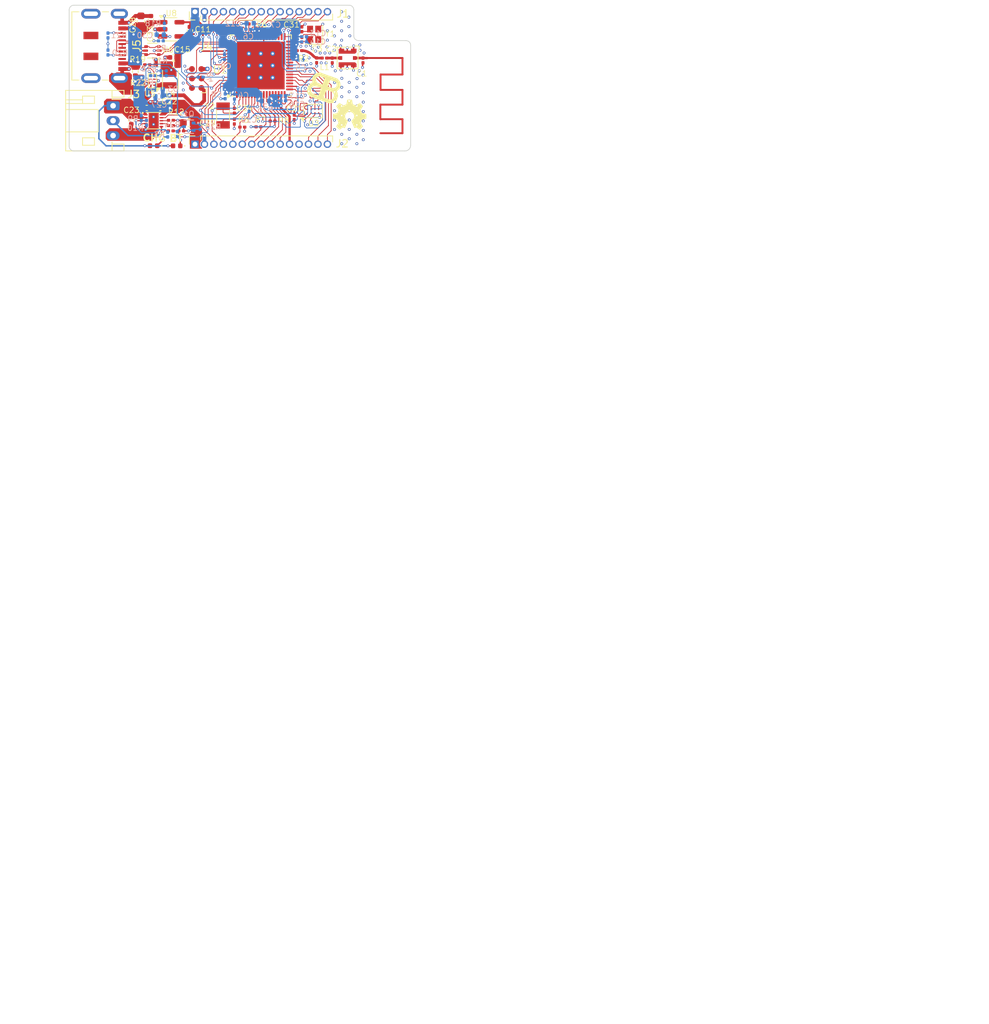
<source format=kicad_pcb>
(kicad_pcb (version 20240108) (generator "pcbnew") (generator_version "8.0")
  (title_block (title "stm32_bluet_pill") (date "2024-04-03") (rev "Proto") (company "Clover Designs") (comment 1 "Brendan Bleker"))
  (layers (0 "F.Cu" signal) (1 "In1.Cu" signal) (2 "In2.Cu" signal) (31 "B.Cu" signal) (34 "B.Paste" user) (35 "F.Paste" user) (36 "B.SilkS" user "B.Silkscreen") (37 "F.SilkS" user "F.Silkscreen") (38 "B.Mask" user) (39 "F.Mask" user) (44 "Edge.Cuts" user))
  (net 0 "")
  (net 1 "GND")
  (net 2 "PP1800_ALW")
  (net 3 "PPVAR_SYS")
  (net 4 "PPVAR_BAT")
  (net 5 "/BLE_MCU/BT_PCB_ANT")
  (net 6 "PP3300_DBG")
  (net 7 "SWD_CLK")
  (net 8 "SWD_IO")
  (net 9 "RESETB")
  (net 10 "/BLE_MCU/BT_ANT_UFL")
  (net 11 "/BLE_MCU/BT_ANT_MTCH")
  (net 13 "PP3300_VDDUSB")
  (net 14 "/BLE_MCU/OSC32_OUT")
  (net 15 "PPVAR_VIN")
  (net 16 "VIN_SNS_ADC1_IN9")
  (net 17 "VBUS")
  (net 18 "Net-(U5-SW)")
  (net 19 "Net-(U4-~{CE})")
  (net 20 "Net-(U4-ILIM{slash}VSET)")
  (net 21 "Net-(U4-ISET)")
  (net 22 "BAT_CHRG_FACTORY")
  (net 23 "Net-(U5-VINSW)")
  (net 24 "VIN_SNS_EN")
  (net 26 "USB_D_N")
  (net 27 "FLT_CHG_L")
  (net 28 "USB_D_P")
  (net 29 "SWD_O")
  (net 30 "/BLE_MCU/OSC32_IN")
  (net 31 "I2C3_SCL")
  (net 32 "I2C3_SDA")
  (net 33 "SPI2_DEV_CS_L_PB12")
  (net 34 "SPI2_DEV_DC_PC6")
  (net 35 "SPI2_DEV_DO_STM_DI_PB14")
  (net 36 "SPI2_CLK_PB13")
  (net 37 "SPI2_STM_DO_DEV_DI_PB15")
  (net 38 "/POWER/CHGR_BAT_THERM")
  (net 39 "Net-(U8-EN)")
  (net 42 "/BLE_MCU/STM_RF")
  (net 43 "STM_LPUART_TXD_PA2")
  (net 44 "/BLE_MCU/OSC_IN")
  (net 45 "STM_SAI1_SCK_A")
  (net 46 "STM_WKUP2_PC13")
  (net 47 "ADC1_IN3")
  (net 48 "STM_LPUART_RXD_PB10")
  (net 49 "/BLE_MCU/OSC_OUT")
  (net 50 "STM_SAI1_SD_A")
  (net 51 "ADC1_IN5")
  (net 52 "ADC1_IN4")
  (net 53 "STM_SAI1_FS_A")
  (net 54 "Net-(D1-K)")
  (net 55 "/POWER/CHG_LED_GRN")
  (net 56 "Net-(U5-VOS)")
  (net 57 "/BLE_MCU/QSPI_MEM_D2")
  (net 58 "/BLE_MCU/QSPI_MEM_CLK")
  (net 59 "/BLE_MCU/QSPI_MEM_CS_L")
  (net 60 "/BLE_MCU/QSPI_MEM_D0")
  (net 61 "/BLE_MCU/QSPI_MEM_D3")
  (net 62 "/BLE_MCU/QSPI_MEM_D1")
  (net 63 "Net-(U1-PB13)")
  (net 70 "STM_BOOT0")
  (net 71 "PPVAR_ADC")
  (net 73 "GPIO_PC10")
  (net 74 "GPIO_PA15")
  (net 75 "GPIO_PC11")
  (net 76 "GPIO_PB0")
  (net 77 "GPIO_PB1")
  (net 79 "Net-(D4-K)")
  (net 80 "Net-(Q1-D)")
  (net 81 "/BLE_MCU/BT_CONN_LED")
  (net 82 "GPIO_PE4")
  (net 83 "Net-(J5-CC2)")
  (net 85 "Net-(J5-CC1)")
  (footprint "Resistor_SMD:R_0201_0603Metric" (layer "F.Cu") (at 222.3 134.11 180)
    (property "Reference" "R2")
    (property "Value" "0R" (hide yes))
  )
  (footprint "Resistor_SMD:R_0201_0603Metric" (layer "F.Cu") (at 214.63 144.3736)
    (property "Reference" "R5")
    (property "Value" "10K" (hide yes))
  )
  (footprint "Capacitor_SMD:C_0201_0603Metric" (layer "F.Cu") (at 222.63 132.65 -90)
    (property "Reference" "C32" (hide yes))
    (property "Value" "8P" (hide yes))
  )
  (footprint "Capacitor_SMD:C_0402_1005Metric" (layer "F.Cu") (at 201.8004 141.8082)
    (property "Reference" "C24" (hide yes))
    (property "Value" "4.7UF" (hide yes))
  )
  (footprint "Package_BGA:Texas_DSBGA-8_0.705x1.468mm_Layout2x4_P0.4mm" (layer "F.Cu") (at 202.565 138.1506 180)
    (property "Reference" "U5")
    (property "Value" "TPS62746" (hide yes))
  )
  (footprint "Capacitor_SMD:C_0603_1608Metric" (layer "F.Cu") (at 207.49 143.78 180)
    (property "Reference" "C29")
    (property "Value" "4.7UF" (hide yes))
  )
  (footprint "Capacitor_SMD:C_0201_0603Metric" (layer "F.Cu") (at 226.71 135.43 -90)
    (property "Reference" "C2")
    (property "Value" "0.7PF" (hide yes))
  )
  (footprint "Diode_SMD:D_0402_1005Metric" (layer "F.Cu") (at 202.7225 146.87 180)
    (property "Reference" "D1" (hide yes))
    (property "Value" "LED" (hide yes))
  )
  (footprint "Resistor_SMD:R_0201_0603Metric" (layer "F.Cu") (at 218.694 143.5608 180)
    (property "Reference" "R8")
    (property "Value" "680R" (hide yes))
  )
  (footprint "Resistor_SMD:R_0201_0603Metric" (layer "F.Cu") (at 215.84 130.52)
    (property "Reference" "R6")
    (property "Value" "22R" (hide yes))
  )
  (footprint "Capacitor_SMD:C_0603_1608Metric" (layer "F.Cu") (at 201.0156 130.2258 90)
    (property "Reference" "C28")
    (property "Value" "4.7UF" (hide yes))
  )
  (footprint "Capacitor_SMD:C_0402_1005Metric" (layer "F.Cu") (at 205.42 135.02 180)
    (property "Reference" "C15")
    (property "Value" "4.7UF" (hide yes))
  )
  (footprint "Diode_SMD:D_0402_1005Metric" (layer "F.Cu") (at 205.82 146.89 180)
    (property "Reference" "D4" (hide yes))
    (property "Value" "LED" (hide yes))
  )
  (footprint "Symbol:OSHW-Logo_5.7x6mm_SilkScreen" (layer "F.Cu") (at 229.033726 143.712797)
    (property "Reference" "REF**" (hide yes))
    (property "Value" "OSHW-Logo_5.7x6mm_SilkScreen" (hide yes))
  )
  (footprint "Capacitor_SMD:C_0402_1005Metric" (layer "F.Cu") (at 207.6 131.41 -90)
    (property "Reference" "C11")
    (property "Value" "4.7UF" (hide yes))
  )
  (footprint "Connector_PinHeader_1.27mm:PinHeader_1x15_P1.27mm_Vertical" (layer "F.Cu") (at 208.28 128.894 90)
    (property "Reference" "J1")
    (property "Value" "Conn_01x15" (hide yes))
  )
  (footprint "Resistor_SMD:R_0201_0603Metric" (layer "F.Cu") (at 216.8 144.34)
    (property "Reference" "R7")
    (property "Value" "680R" (hide yes))
  )
  (footprint "Capacitor_SMD:C_0402_1005Metric" (layer "F.Cu") (at 203.51 135.93 180)
    (property "Reference" "C26" (hide yes))
    (property "Value" "10UF" (hide yes))
  )
  (footprint "Diode_SMD:D_0201_0603Metric" (layer "F.Cu") (at 225.66 135.11 180)
    (property "Reference" "L1")
    (property "Value" "2.2NH" (hide yes))
  )
  (footprint "Inductor_SMD:L_Murata_DFE201610P" (layer "F.Cu") (at 204.978 138.0236 90)
    (property "Reference" "L4")
    (property "Value" "2.2UH" (hide yes))
  )
  (footprint "Capacitor_SMD:C_0201_0603Metric" (layer "F.Cu") (at 221.6 143.06 -90)
    (property "Reference" "C21")
    (property "Value" "100NF" (hide yes))
  )
  (footprint "Resistor_SMD:R_0402_1005Metric" (layer "F.Cu") (at 205.4 135.95 180)
    (property "Reference" "R23" (hide yes))
    (property "Value" "0R" (hide yes))
  )
  (footprint "Capacitor_SMD:C_0201_0603Metric" (layer "F.Cu") (at 224.61 135.41 -90)
    (property "Reference" "C3")
    (property "Value" "0.7PF" (hide yes))
  )
  (footprint "Connector_JST:JST_PH_S3B-PH-K_1x03_P2.00mm_Horizontal" (layer "F.Cu") (at 197.2818 141.51 -90)
    (property "Reference" "J3")
    (property "Value" "BAT_SOCKET" (hide yes))
  )
  (footprint "user_antenna:nRF52_dongle_meander_F" (layer "F.Cu") (at 231.309 135.1008 -90)
    (property "Reference" "A1" (hide yes))
    (property "Value" "2.45GHz")
  )
  (footprint "Connector_PinHeader_1.27mm:PinHeader_1x15_P1.27mm_Vertical" (layer "F.Cu") (at 208.28 146.665 90)
    (property "Reference" "J2")
    (property "Value" "Conn_01x15" (hide yes))
  )
  (footprint "Package_CSP:WLCSP-8_1.551x2.284mm_P0.5mm" (layer "F.Cu") (at 224.13 142.23 90)
    (property "Reference" "U3")
    (property "Value" "AT25SL321-U" (hide yes))
  )
  (footprint "Resistor_SMD:R_0402_1005Metric" (layer "F.Cu") (at 200.27 136.92 -90)
    (property "Reference" "R22")
    (property "Value" "0R" (hide yes))
  )
  (footprint "Capacitor_SMD:C_0201_0603Metric" (layer "F.Cu") (at 213.5632 142.185 90)
    (property "Reference" "C34")
    (property "Value" "7P" (hide yes))
  )
  (footprint "Connector_USB:USB_C_Receptacle_JAE_DX07S016JA1R1500" (layer "F.Cu") (at 195.455 133.48 -90)
    (property "Reference" "J5")
    (property "Value" "USB_C_Plug_USB2.0" (hide yes))
  )
  (footprint "Connector:Tag-Connect_TC2030-IDC-NL_2x03_P1.27mm_Vertical" (layer "F.Cu") (at 208.505 137.85 90)
    (property "Reference" "J4")
    (property "Value" "Conn_ARM_SWD_TagConnect_TC2030-NL" (hide yes))
  )
  (footprint "Resistor_SMD:R_0201_0603Metric" (layer "F.Cu") (at 205.0436 144.1704 180)
    (property "Reference" "R11" (hide yes))
    (property "Value" "2.4K" (hide yes))
  )
  (footprint "Capacitor_SMD:C_0201_0603Metric" (layer "F.Cu") (at 222.63 131.245 90)
    (property "Reference" "C31")
    (property "Value" "8P" (hide yes))
  )
  (footprint "Resistor_SMD:R_0201_0603Metric" (layer "F.Cu") (at 205.0436 143.4592)
    (property "Reference" "R12")
    (property "Value" "600R" (hide yes))
  )
  (footprint "Crystal:Crystal_SMD_2016-4Pin_2.0x1.6mm" (layer "F.Cu") (at 224.28 131.92 90)
    (property "Reference" "Y1")
    (property "Value" "32MHz" (hide yes))
  )
  (footprint "Connector_Coaxial:CoaxialSwitch_Hirose_MS-156C3_Horizontal" (layer "F.Cu") (at 228.7684 135.1008 180)
    (property "Reference" "TP1" (hide yes))
    (property "Value" "MS-156C3" (hide yes))
  )
  (footprint "user_wson:Texas_DLH_WSON-10" (layer "F.Cu") (at 202.7148 143.51)
    (property "Reference" "U4" (hide yes))
    (property "Value" "BQ25185" (hide yes))
  )
  (footprint "Crystal:Crystal_SMD_3215-2Pin_3.2x1.5mm" (layer "F.Cu") (at 212.05 142.82 -90)
    (property "Reference" "Y2")
    (property "Value" "32.768k" (hide yes))
  )
  (footprint "Package_TO_SOT_SMD:SOT-666" (layer "F.Cu") (at 202.565 134.11 180)
    (property "Reference" "U6")
    (property "Value" "USBLC6-2P6" (hide yes))
  )
  (footprint "Package_TO_SOT_SMD:SOT-23-5" (layer "F.Cu") (at 205.0542 131.2531)
    (property "Reference" "U8")
    (property "Value" "TPS7A0533PDBV" (hide yes))
  )
  (footprint "Capacitor_SMD:C_0402_1005Metric" (layer "F.Cu") (at 202.3618 129.9464 90)
    (property "Reference" "C33")
    (property "Value" "1.0UF" (hide yes))
  )
  (footprint "Capacitor_SMD:C_0201_0603Metric" (layer "F.Cu") (at 230.8352 135.43 -90)
    (property "Reference" "C1")
    (property "Value" "0.7PF" (hide yes))
  )
  (footprint "Capacitor_SMD:C_0402_1005Metric" (layer "F.Cu") (at 203.6292 141.8082 180)
    (property "Reference" "C22")
    (property "Value" "1.0UF" (hide yes))
  )
  (footprint "Resistor_SMD:R_0201_0603Metric" (layer "F.Cu") (at 205.025 144.8816 180)
    (property "Reference" "R14" (hide yes))
    (property "Value" "0R" (hide yes))
  )
  (footprint "Resistor_SMD:R_0201_0603Metric" (layer "F.Cu") (at 201.87 136.01)
    (property "Reference" "R19")
    (property "Value" "100K" (hide yes))
  )
  (footprint "Package_DFN_QFN:QFN-68-1EP_8x8mm_P0.4mm_EP6.4x6.4mm" (layer "F.Cu") (at 217.11 136.11 90)
    (property "Reference" "U1")
    (property "Value" "STM32WB55RGVx" (hide yes))
  )
  (footprint "Capacitor_SMD:C_0402_1005Metric" (layer "F.Cu") (at 199.7202 143.4846 -90)
    (property "Reference" "C23")
    (property "Value" "4.7UF" (hide yes))
  )
  (footprint "Capacitor_SMD:C_0201_0603Metric" (layer "F.Cu") (at 213.5632 143.6328 -90)
    (property "Reference" "C18" (hide yes))
    (property "Value" "7P" (hide yes))
  )
  (footprint "Resistor_SMD:R_0201_0603Metric" (layer "F.Cu") (at 206.4258 144.8816 180)
    (property "Reference" "R15" (hide yes))
    (property "Value" "0R" (hide yes))
  )
  (footprint "Resistor_SMD:R_0201_0603Metric" (layer "B.Cu") (at 203.7 132.8 180)
    (property "Reference" "R1")
    (property "Value" "100K" (hide yes))
  )
  (footprint "Capacitor_SMD:C_0201_0603Metric" (layer "B.Cu") (at 220.13 140.85)
    (property "Reference" "C16")
    (property "Value" "1UF" (hide yes))
  )
  (footprint "Capacitor_SMD:C_0402_1005Metric" (layer "B.Cu") (at 203.61 131.97 180)
    (property "Reference" "C30")
    (property "Value" "100N" (hide yes))
  )
  (footprint "Capacitor_SMD:C_0201_0603Metric" (layer "B.Cu") (at 222.92 132.94)
    (property "Reference" "C14")
    (property "Value" "100PF" (hide yes))
  )
  (footprint "Capacitor_SMD:C_0201_0603Metric" (layer "B.Cu") (at 212.33 140.24 -90)
    (property "Reference" "C8")
    (property "Value" "100NF" (hide yes))
  )
  (footprint "Capacitor_SMD:C_0201_0603Metric" (layer "B.Cu") (at 215.44 131.25 180)
    (property "Reference" "C6")
    (property "Value" "100NF" (hide yes))
  )
  (footprint "Capacitor_SMD:C_0201_0603Metric" (layer "B.Cu") (at 212.24 134.96 -90)
    (property "Reference" "C9")
    (property "Value" "100NF" (hide yes))
  )
  (footprint "Capacitor_SMD:C_0201_0603Metric" (layer "B.Cu") (at 222.93 132.24)
    (property "Reference" "C13")
    (property "Value" "100NF" (hide yes))
  )
  (footprint "Capacitor_SMD:C_0201_0603Metric" (layer "B.Cu") (at 213.58 140.29 -90)
    (property "Reference" "C4")
    (property "Value" "100NF" (hide yes))
  )
  (footprint "Resistor_SMD:R_0201_0603Metric" (layer "B.Cu") (at 209.04 137.67)
    (property "Reference" "R4")
    (property "Value" "10K" (hide yes))
  )
  (footprint "Capacitor_SMD:C_0201_0603Metric" (layer "B.Cu") (at 220.13 140.15)
    (property "Reference" "C17")
    (property "Value" "100NF" (hide yes))
  )
  (footprint "Resistor_SMD:R_0201_0603Metric" (layer "B.Cu") (at 196.596 134.366 90)
    (property "Reference" "R20")
    (property "Value" "5.1K" (hide yes))
  )
  (footprint "Diode_SMD:D_0402_1005Metric" (layer "B.Cu") (at 203.47 139.3)
    (property "Reference" "D3")
    (property "Value" "BAT54LP" (hide yes))
  )
  (footprint "Package_TO_SOT_SMD:SOT-523" (layer "B.Cu") (at 207.445 144.32 180)
    (property "Reference" "Q1")
    (property "Value" "DMG1012T" (hide yes))
  )
  (footprint "Resistor_SMD:R_0201_0603Metric" (layer "B.Cu") (at 205.89 145.3 -90)
    (property "Reference" "R24")
    (property "Value" "420R" (hide yes))
  )
  (footprint "Resistor_SMD:R_0402_1005Metric" (layer "B.Cu") (at 217.7308 140.8684)
    (property "Reference" "R26")
    (property "Value" "0R" (hide yes))
  )
  (footprint "Resistor_SMD:R_0201_0603Metric" (layer "B.Cu") (at 204.1652 130.79 -90)
    (property "Reference" "R18")
    (property "Value" "1K" (hide yes))
  )
  (footprint "Capacitor_SMD:C_0201_0603Metric" (layer "B.Cu") (at 215.5444 141.9352 -90)
    (property "Reference" "C10")
    (property "Value" "100NF" (hide yes))
  )
  (footprint "Resistor_SMD:R_0201_0603Metric" (layer "B.Cu") (at 201.77 143.79 -90)
    (property "Reference" "R10")
    (property "Value" "0R" (hide yes))
  )
  (footprint "Resistor_SMD:R_0201_0603Metric" (layer "B.Cu") (at 201.6252 139.2936 180)
    (property "Reference" "R13")
    (property "Value" "0R" (hide yes))
  )
  (footprint "Resistor_SMD:R_0201_0603Metric" (layer "B.Cu") (at 196.596 132.08 -90)
    (property "Reference" "R21")
    (property "Value" "5.1K" (hide yes))
  )
  (footprint "Resistor_SMD:R_0201_0603Metric" (layer "B.Cu") (at 201.06 143.16 90)
    (property "Reference" "R9")
    (property "Value" "0R" (hide yes))
  )
  (footprint "Capacitor_SMD:C_0402_1005Metric" (layer "B.Cu") (at 203.44 140.25 180)
    (property "Reference" "C27")
    (property "Value" "1.0UF" (hide yes))
  )
  (footprint "Capacitor_SMD:C_0402_1005Metric" (layer "B.Cu") (at 215.69 130.44 180)
    (property "Reference" "C12")
    (property "Value" "4.7UF" (hide yes))
  )
  (footprint "Resistor_SMD:R_0201_0603Metric" (layer "B.Cu") (at 202.6517 137.47)
    (property "Reference" "R16")
    (property "Value" "2.2K" (hide yes))
  )
  (footprint "Capacitor_SMD:C_0201_0603Metric" (layer "B.Cu") (at 217.32 130.63)
    (property "Reference" "C7")
    (property "Value" "100NF" (hide yes))
  )
  (footprint "Capacitor_SMD:C_0201_0603Metric" (layer "B.Cu") (at 222.48 135.39)
    (property "Reference" "C5")
    (property "Value" "100NF" (hide yes))
  )
  (footprint "Resistor_SMD:R_0201_0603Metric" (layer "B.Cu") (at 208.97 144.35 -90)
    (property "Reference" "R25")
    (property "Value" "100K" (hide yes))
  )
  (footprint "Capacitor_SMD:C_0201_0603Metric" (layer "B.Cu") (at 204.4297 137.1398 90)
    (property "Reference" "C25" (hide yes))
    (property "Value" "100NF" (hide yes))
  )
  (footprint "Resistor_SMD:R_0201_0603Metric" (layer "B.Cu") (at 204.62 145.37 -90)
    (property "Reference" "R3")
    (property "Value" "420R" (hide yes))
  )
  (footprint "Resistor_SMD:R_0201_0603Metric" (layer "B.Cu") (at 203.7185 137.1398 90)
    (property "Reference" "R17")
    (property "Value" "10K" (hide yes))
  )
  (gr_arc (start 192.024 147.574) (mid 191.574987 147.388013) (end 191.389 146.939) (stroke (width 0.1)) (layer "Edge.Cuts"))
  (gr_arc (start 237.236 146.812009) (mid 237.012808 147.350819) (end 236.473993 147.574) (stroke (width 0.1)) (layer "Edge.Cuts"))
  (gr_line (start 237.236 146.812) (end 237.236 133.399) (stroke (width 0.1)) (layer "Edge.Cuts"))
  (gr_arc (start 228.965 128.016) (mid 229.414013 128.201987) (end 229.6 128.651) (stroke (width 0.1)) (layer "Edge.Cuts"))
  (gr_arc (start 191.389 128.651) (mid 191.574987 128.201987) (end 192.024 128.016) (stroke (width 0.1)) (layer "Edge.Cuts"))
  (gr_line (start 191.389 128.651) (end 191.389 146.939) (stroke (width 0.1)) (layer "Edge.Cuts"))
  (gr_arc (start 236.601 132.764) (mid 237.050013 132.949987) (end 237.236 133.399) (stroke (width 0.1)) (layer "Edge.Cuts"))
  (gr_arc (start 230.235 132.764) (mid 229.785987 132.578013) (end 229.6 132.129) (stroke (width 0.1)) (layer "Edge.Cuts"))
  (gr_line (start 229.6 132.129) (end 229.6 128.651) (stroke (width 0.1)) (layer "Edge.Cuts"))
  (gr_line (start 236.601 132.764) (end 230.235 132.764) (stroke (width 0.1)) (layer "Edge.Cuts"))
  (gr_line (start 192.024 147.574) (end 236.473993 147.574) (stroke (width 0.1)) (layer "Edge.Cuts"))
  (gr_line (start 192.024 128.016) (end 228.965 128.016) (stroke (width 0.1)) (layer "Edge.Cuts"))
  (gr_text "B" (at 225.84 141.19 340) (layer "F.SilkS") (effects (font (size 3 3) (thickness 0.5) (bold yes)) (justify left bottom mirror)))
  (gr_text "B" (at 224.15 140.56 340) (layer "F.SilkS") (effects (font (size 3 3) (thickness 0.5) (bold yes)) (justify left bottom)))
  (gr_text "BT" (at 204.74 146.4056 0) (layer "F.SilkS") (effects (font (size 0.9 1) (thickness 0.2) (bold yes)) (justify left bottom)))
  (gr_text "CHG" (at 201.14 146.34 0) (layer "F.SilkS") (effects (font (size 0.9 1) (thickness 0.2) (bold yes)) (justify left bottom)))
  (segment (start 229.4842 134.2858) (end 229.59 134.18) (width 0.2) (layer "F.Cu") (net 1))
  (segment (start 228.727 133.723) (end 228.73 133.72) (width 0.2) (layer "F.Cu") (net 1))
  (segment (start 205.9592 143.4592) (end 205.3636 143.4592) (width 0.15) (layer "F.Cu") (net 1))
  (segment (start 225.43 130.56) (end 224.84 131.15) (width 0.102) (layer "F.Cu") (net 1))
  (segment (start 205.95 144.2) (end 205.3932 144.2) (width 0.102) (layer "F.Cu") (net 1))
  (segment (start 202.99 135.35) (end 203.03 135.31) (width 0.102) (layer "F.Cu") (net 1))
  (segment (start 199.4142 130.3782) (end 199.4154 130.377) (width 0.5) (layer "F.Cu") (net 1))
  (segment (start 205.96 143.46) (end 205.9592 143.4592) (width 0.15) (layer "F.Cu") (net 1))
  (segment (start 225.44 130.56) (end 225.43 130.56) (width 0.102) (layer "F.Cu") (net 1))
  (segment (start 228.727 136.473) (end 228.72 136.48) (width 0.2) (layer "F.Cu") (net 1))
  (segment (start 206.7458 144.0716) (end 206.4636 143.7894) (width 0.102) (layer "F.Cu") (net 1))
  (segment (start 205.3932 144.2) (end 205.3636 144.1704) (width 0.102) (layer "F.Cu") (net 1))
  (segment (start 227.82 134.21) (end 227.84 134.19) (width 0.2) (layer "F.Cu") (net 1))
  (segment (start 206.715 143.78) (end 206.71 143.78) (width 0.2) (layer "F.Cu") (net 1))
  (segment (start 206.7458 144.0568) (end 206.7458 144.8816) (width 0.15) (layer "F.Cu") (net 1))
  (segment (start 199.3658 130.377) (end 198.503 130.377) (width 0.5) (layer "F.Cu") (net 1))
  (segment (start 223 130.54) (end 223.06 130.54) (width 0.15) (layer "F.Cu") (net 1))
  (segment (start 224.84 131.253) (end 224.84 131.23) (width 0.102) (layer "F.Cu") (net 1))
  (segment (start 205.96 143.46) (end 206.395 143.46) (width 0.2) (layer "F.Cu") (net 1))
  (segment (start 203.49 134.11) (end 202.809998 134.11) (width 0.2) (layer "F.Cu") (net 1))
  (segment (start 204.94 135.02) (end 204.28 135.02) (width 0.5) (layer "F.Cu") (net 1))
  (segment (start 206.29 144.2) (end 205.95 144.2) (width 0.2) (layer "F.Cu") (net 1))
  (segment (start 198.503 129.532) (end 198.128 129.157) (width 0.5) (layer "F.Cu") (net 1))
  (segment (start 229.56 136.08) (end 229.56 136.74) (width 0.2) (layer "F.Cu") (net 1))
  (segment (start 214.9348 144.9324) (end 214.95 144.9172) (width 0.102) (layer "F.Cu") (net 1))
  (segment (start 223.478 132.653) (end 223.478 132.692) (width 0.102) (layer "F.Cu") (net 1))
  (segment (start 228.727 135.9158) (end 229.3958 135.9158) (width 0.2) (layer "F.Cu") (net 1))
  (segment (start 206.395 143.46) (end 206.489 143.554) (width 0.15) (layer "F.Cu") (net 1))
  (segment (start 226.71 136.22) (end 226.71 135.75) (width 0.2) (layer "F.Cu") (net 1))
  (segment (start 199.7202 144.7546) (end 199.6948 144.78) (width 0.102) (layer "F.Cu") (net 1))
  (segment (start 228.727 134.2858) (end 229.4842 134.2858) (width 0.2) (layer "F.Cu") (net 1))
  (segment (start 206.489 143.554) (end 206.489 143.8) (width 0.15) (layer "F.Cu") (net 1))
  (segment (start 227.84 134.19) (end 227.84 133.49) (width 0.2) (layer "F.Cu") (net 1))
  (segment (start 201.0312 129.4664) (end 201.0156 129.4508) (width 0.5) (layer "F.Cu") (net 1))
  (segment (start 227.8958 134.2858) (end 227.82 134.21) (width 0.2) (layer "F.Cu") (net 1))
  (segment (start 224.88 141.98) (end 224.88 141.41) (width 0.102) (layer "F.Cu") (net 1))
  (segment (start 228.0142 135.9158) (end 227.87 136.06) (width 0.2) (layer "F.Cu") (net 1))
  (segment (start 206.71 143.78) (end 206.29 144.2) (width 0.2) (layer "F.Cu") (net 1))
  (segment (start 201.0156 129.4508) (end 200.292 129.4508) (width 0.5) (layer "F.Cu") (net 1))
  (segment (start 198.503 136.577) (end 198.503 137.422) (width 0.5) (layer "F.Cu") (net 1))
  (segment (start 201.6648 144.31) (end 201.6648 144.729198) (width 0.2) (layer "F.Cu") (net 1))
  (segment (start 213.5028 144) (end 213.55 143.9528) (width 0.102) (layer "F.Cu") (net 1))
  (segment (start 229.3958 135.9158) (end 229.56 136.08) (width 0.2) (layer "F.Cu") (net 1))
  (segment (start 206.489 143.8) (end 206.7458 144.0568) (width 0.15) (layer "F.Cu") (net 1))
  (segment (start 228.727 135.9158) (end 228.727 136.473) (width 0.2) (layer "F.Cu") (net 1))
  (segment (start 219.51 133.71) (end 217.11 136.11) (width 0.102) (layer "F.Cu") (net 1))
  (segment (start 228.727 134.2858) (end 227.8958 134.2858) (width 0.2) (layer "F.Cu") (net 1))
  (segment (start 229.59 134.18) (end 229.58 134.17) (width 0.2) (layer "F.Cu") (net 1))
  (segment (start 227.87 136.71) (end 227.88 136.72) (width 0.2) (layer "F.Cu") (net 1))
  (segment (start 224.84 131.23) (end 224.83 131.22) (width 0.102) (layer "F.Cu") (net 1))
  (segment (start 217.51 132.2225) (end 217.51 135.71) (width 0.15) (layer "F.Cu") (net 1))
  (segment (start 202.19 136.01) (end 202.95 136.01) (width 0.102) (layer "F.Cu") (net 1))
  (segment (start 222.63 130.925) (end 222.63 130.91) (width 0.15) (layer "F.Cu") (net 1))
  (segment (start 209.55 128.894) (end 209.55 129.93) (width 0.5) (layer "F.Cu") (net 1))
  (segment (start 214.95 144.9172) (end 214.95 144.3736) (width 0.102) (layer "F.Cu") (net 1))
  (segment (start 221.61 143.39) (end 221.61 143.86) (width 0.102) (layer "F.Cu") (net 1))
  (segment (start 199.4142 136.577) (end 199.4154 136.5758) (width 0.5) (layer "F.Cu") (net 1))
  (segment (start 201.6648 144.7292) (end 201.6648 144.729198) (width 0.102) (layer "F.Cu") (net 1))
  (segment (start 198.503 137.422) (end 198.128 137.797) (width 0.5) (layer "F.Cu") (net 1))
  (segment (start 198.503 130.377) (end 198.503 129.532) (width 0.5) (layer "F.Cu") (net 1))
  (segment (start 204.28 135.02) (end 204.26 135.04) (width 0.5) (layer "F.Cu") (net 1))
  (segment (start 203.03 135.31) (end 203.03 135.93) (width 0.5) (layer "F.Cu") (net 1))
  (segment (start 228.727 134.2858) (end 228.727 133.723) (width 0.2) (layer "F.Cu") (net 1))
  (segment (start 202.95 136.01) (end 203.03 135.93) (width 0.102) (layer "F.Cu") (net 1))
  (segment (start 224.61 136.18) (end 224.61 135.73) (width 0.2) (layer "F.Cu") (net 1))
  (segment (start 227.87 136.06) (end 227.87 136.71) (width 0.2) (layer "F.Cu") (net 1))
  (segment (start 199.7202 143.9646) (end 199.7202 144.7546) (width 0.5) (layer "F.Cu") (net 1))
  (segment (start 198.503 136.577) (end 199.4142 136.577) (width 0.5) (layer "F.Cu") (net 1))
  (segment (start 213.55 143.9528) (end 213.55 144.66) (width 0.102) (layer "F.Cu") (net 1))
  (segment (start 202.2804 141.8082) (end 202.2804 140.98) (width 0.102) (layer "F.Cu") (net 1))
  (segment (start 230.78 136.36) (end 230.77 136.37) (width 0.2) (layer "F.Cu") (net 1))
  (segment (start 230.78 135.75) (end 230.78 136.36) (width 0.2) (layer "F.Cu") (net 1))
  (segment (start 203.1492 141.1478) (end 202.96 140.9586) (width 0.102) (layer "F.Cu") (net 1))
  (segment (start 202.3618 129.4664) (end 201.0312 129.4664) (width 0.5) (layer "F.Cu") (net 1))
  (segment (start 206.535 143.77) (end 206.565 143.8) (width 0.2) (layer "F.Cu") (net 1))
  (segment (start 198.503 130.3782) (end 199.4142 130.3782) (width 0.5) (layer "F.Cu") (net 1))
  (segment (start 209.14 136.58) (end 209.925232 136.58) (width 0.5) (layer "F.Cu") (net 1))
  (segment (start 223.8 133.41) (end 223.73 133.34) (width 0.2) (layer "F.Cu") (net 1))
  (segment (start 217.51 135.71) (end 217.11 136.11) (width 0.102) (layer "F.Cu") (net 1))
  (segment (start 228.727 135.9158) (end 228.0142 135.9158) (width 0.2) (layer "F.Cu") (net 1))
  (segment (start 207.6 131.89) (end 208.35 131.89) (width 0.2) (layer "F.Cu") (net 1))
  (segment (start 209.925232 136.58) (end 209.942141 136.563091) (width 0.5) (layer "F.Cu") (net 1))
  (segment (start 229.58 134.17) (end 229.58 133.49) (width 0.2) (layer "F.Cu") (net 1))
  (segment (start 222.62 132.87) (end 223.42 132.87) (width 0.102) (layer "F.Cu") (net 1))
  (segment (start 220.9975 133.71) (end 219.51 133.71) (width 0.15) (layer "F.Cu") (net 1))
  (segment (start 223.42 132.87) (end 223.74 132.55) (width 0.102) (layer "F.Cu") (net 1))
  (segment (start 203.1492 141.8082) (end 203.1492 141.1478) (width 0.102) (layer "F.Cu") (net 1))
  (segment (start 202.9093 131.2531) (end 203.9167 131.2531) (width 0.5) (layer "F.Cu") (net 1))
  (segment (start 200.292 129.4508) (end 199.3658 130.377) (width 0.5) (layer "F.Cu") (net 1))
  (segment (start 213.55 141.865) (end 213.55 141.24) (width 0.102) (layer "F.Cu") (net 1))
  (segment (start 222.63 130.91) (end 223 130.54) (width 0.15) (layer "F.Cu") (net 1))
  (segment (start 221.6 143.38) (end 221.61 143.39) (width 0.102) (layer "F.Cu") (net 1))
  (segment (start 223.73 133.34) (end 223.73 132.62) (width 0.2) (layer "F.Cu") (net 1))
  (segment (start 206.7458 144.8816) (end 207.4016 144.8816) (width 0.15) (layer "F.Cu") (net 1))
  (via (at 227.99 137.83) (size 0.375) (drill 0.2) (layers "F.Cu" "B.Cu") (net 1))
  (via (at 227.01 140.918334) (size 0.375) (drill 0.2) (layers "F.Cu" "B.Cu") (net 1))
  (via (at 215.51 134.509) (size 0.6) (drill 0.3) (layers "F.Cu" "B.Cu") (net 1))
  (via (at 230.01 139.03) (size 0.375) (drill 0.2) (layers "F.Cu" "B.Cu") (net 1))
  (via (at 205.95 144.2) (size 0.375) (drill 0.2) (layers "F.Cu" "B.Cu") (net 1))
  (via (at 230.01 144.076664) (size 0.375) (drill 0.2) (layers "F.Cu" "B.Cu") (net 1))
  (via (at 230.98 134.43) (size 0.375) (drill 0.2) (layers "F.Cu" "B.Cu") (net 1))
  (via (at 226 133.63) (size 0.375) (drill 0.2) (layers "F.Cu" "B.Cu") (net 1))
  (via (at 215.51 137.7348) (size 0.6) (drill 0.3) (layers "F.Cu" "B.Cu") (net 1))
  (via (at 212.27 137.01) (size 0.375) (drill 0.2) (layers "F.Cu" "B.Cu") (net 1))
  (via (at 217.11 137.7348) (size 0.6) (drill 0.3) (layers "F.Cu" "B.Cu") (net 1))
  (via (at 228.72 136.48) (size 0.375) (drill 0.2) (layers "F.Cu" "B.Cu") (net 1))
  (via (at 230.88 143.546664) (size 0.375) (drill 0.2) (layers "F.Cu" "B.Cu") (net 1))
  (via (at 225.44 130.56) (size 0.375) (drill 0.2) (layers "F.Cu" "B.Cu") (net 1))
  (via (at 227.965 128.905) (size 0.375) (drill 0.2) (layers "F.Cu" "B.Cu") (net 1))
  (via (at 202.96 140.9586) (size 0.375) (drill 0.2) (layers "F.Cu" "B.Cu") (net 1))
  (via (at 226.97 134.05) (size 0.375) (drill 0.2) (layers "F.Cu" "B.Cu") (net 1))
  (via (at 206.91 136.19) (size 0.375) (drill 0.2) (layers "F.Cu" "B.Cu") (net 1))
  (via (at 203.03 135.31) (size 0.4) (drill 0.15) (layers "F.Cu" "B.Cu") (net 1))
  (via (at 226.71 136.22) (size 0.375) (drill 0.2) (layers "F.Cu" "B.Cu") (net 1))
  (via (at 230.88 138.5) (size 0.375) (drill 0.2) (layers "F.Cu" "B.Cu") (net 1))
  (via (at 223.080322 139.1525) (size 0.375) (drill 0.2) (layers "F.Cu" "B.Cu") (net 1))
  (via (at 227.01 138.395002) (size 0.375) (drill 0.2) (layers "F.Cu" "B.Cu") (net 1))
  (via (at 209.55 145.55) (size 0.375) (drill 0.2) (layers "F.Cu" "B.Cu") (net 1))
  (via (at 224.85 133.65) (size 0.375) (drill 0.2) (layers "F.Cu" "B.Cu") (net 1))
  (via (at 222.89 134.76) (size 0.375) (drill 0.2) (layers "F.Cu" "B.Cu") (net 1))
  (via (at 227 130.87) (size 0.375) (drill 0.2) (layers "F.Cu" "B.Cu") (net 1))
  (via (at 228.99 143.419996) (size 0.375) (drill 0.2) (layers "F.Cu" "B.Cu") (net 1))
  (via (at 224.88 141.41) (size 0.375) (drill 0.2) (layers "F.Cu" "B.Cu") (net 1))
  (via (at 209.55 129.99) (size 0.6) (drill 0.3) (layers "F.Cu" "B.Cu") (net 1))
  (via (at 230.88 141.023332) (size 0.375) (drill 0.2) (layers "F.Cu" "B.Cu") (net 1))
  (via (at 227.965 130.175) (size 0.375) (drill 0.2) (layers "F.Cu" "B.Cu") (net 1))
  (via (at 221.16 139.99) (size 0.375) (drill 0.2) (layers "F.Cu" "B.Cu") (net 1))
  (via (at 201.6648 144.7292) (size 0.4) (drill 0.15) (layers "F.Cu" "B.Cu") (net 1))
  (via (at 217.11 134.509) (size 0.6) (drill 0.3) (layers "F.Cu" "B.Cu") (net 1))
  (via (at 223.4 144.07) (size 0.375) (drill 0.2) (layers "F.Cu" "B.Cu") (net 1))
  (via (at 227.88 136.72) (size 0.375) (drill 0.2) (layers "F.Cu" "B.Cu") (net 1))
  (via (at 223.06 130.54) (size 0.375) (drill 0.2) (layers "F.Cu" "B.Cu") (net 1))
  (via (at 228.99 145.943332) (size 0.375) (drill 0.2) (layers "F.Cu" "B.Cu") (net 1))
  (via (at 227 132.14) (size 0.375) (drill 0.2) (layers "F.Cu" "B.Cu") (net 1))
  (via (at 203.16 136.8198) (size 0.375) (drill 0.2) (layers "F.Cu" "B.Cu") (net 1))
  (via (at 224.62 143.6) (size 0.375) (drill 0.2) (layers "F.Cu" "B.Cu") (net 1))
  (via (at 201.73 138.54) (size 0.375) (drill 0.2) (layers "F.Cu" "B.Cu") (net 1))
  (via (at 214.51 130.5) (size 0.375) (drill 0.2) (layers "F.Cu" "B.Cu") (net 1))
  (via (at 230.88 144.80833) (size 0.375) (drill 0.2) (layers "F.Cu" "B.Cu") (net 1))
  (via (at 230.77 136.37) (size 0.375) (drill 0.2) (layers "F.Cu" "B.Cu") (net 1))
  (via (at 208.35 131.89) (size 0.375) (drill 0.2) (layers "F.Cu" "B.Cu") (net 1))
  (via (at 223.84 135.86) (size 0.375) (drill 0.2) (layers "F.Cu" "B.Cu") (net 1))
  (via (at 221.61 143.86) (size 0.375) (drill 0.2) (layers "F.Cu" "B.Cu") (net 1))
  (via (at 230.01 145.33833) (size 0.375) (drill 0.2) (layers "F.Cu" "B.Cu") (net 1))
  (via (at 205.96 143.46) (size 0.375) (drill 0.2) (layers "F.Cu" "B.Cu") (net 1))
  (via (at 206.71 139.39) (size 0.375) (drill 0.2) (layers "F.Cu" "B.Cu") (net 1))
  (via (at 226.06 131.445) (size 0.375) (drill 0.2) (layers "F.Cu" "B.Cu") (net 1))
  (via (at 227.98 141.558334) (size 0.375) (drill 0.2) (layers "F.Cu" "B.Cu") (net 1))
  (via (at 226.37 134.42) (size 0.375) (drill 0.2) (layers "F.Cu" "B.Cu") (net 1))
  (via (at 230.88 146.07) (size 0.375) (drill 0.2) (layers "F.Cu" "B.Cu") (net 1))
  (via (at 202.809998 134.11) (size 0.375) (drill 0.2) (layers "F.Cu" "B.Cu") (net 1))
  (via (at 227.98 146.605002) (size 0.375) (drill 0.2) (layers "F.Cu" "B.Cu") (net 1))
  (via (at 228.73 133.72) (size 0.375) (drill 0.2) (layers "F.Cu" "B.Cu") (net 1))
  (via (at 224.61 136.18) (size 0.375) (drill 0.2) (layers "F.Cu" "B.Cu") (net 1))
  (via (at 229.07 132.13) (size 0.375) (drill 0.2) (layers "F.Cu" "B.Cu") (net 1))
  (via (at 227.01 142.18) (size 0.375) (drill 0.2) (layers "F.Cu" "B.Cu") (net 1))
  (via (at 215.51 136.1092) (size 0.6) (drill 0.3) (layers "F.Cu" "B.Cu") (net 1))
  (via (at 230.88 139.761666) (size 0.375) (drill 0.2) (layers "F.Cu" "B.Cu") (net 1))
  (via (at 202.2804 140.98) (size 0.375) (drill 0.2) (layers "F.Cu" "B.Cu") (net 1))
  (via (at 216.82 143.59) (size 0.375) (drill 0.2) (layers "F.Cu" "B.Cu") (net 1))
  (via (at 204.26 135.04) (size 0.4) (drill 0.15) (layers "F.Cu" "B.Cu") (net 1))
  (via (at 227.08 133.36) (size 0.375) (drill 0.2) (layers "F.Cu" "B.Cu") (net 1))
  (via (at 227.965 131.445) (size 0.375) (drill 0.2) (layers "F.Cu" "B.Cu") (net 1))
  (via (at 228.94 129.62) (size 0.375) (drill 0.2) (layers "F.Cu" "B.Cu") (net 1))
  (via (at 206.7 138.47) (size 0.375) (drill 0.2) (layers "F.Cu" "B.Cu") (net 1))
  (via (at 199.4154 130.377) (size 0.375) (drill 0.2) (layers "F.Cu" "B.Cu") (net 1))
  (via (at 229.56 136.74) (size 0.375) (drill 0.2) (layers "F.Cu" "B.Cu") (net 1))
  (via (at 230.01 140.291666) (size 0.375) (drill 0.2) (layers "F.Cu" "B.Cu") (net 1))
  (via (at 225.23 135.76) (size 0.375) (drill 0.2) (layers "F.Cu" "B.Cu") (net 1))
  (via (at 223.2 133.5) (size 0.375) (drill 0.2) (layers "F.Cu" "B.Cu") (net 1))
  (via (at 227.01 139.656668) (size 0.375) (drill 0.2) (layers "F.Cu" "B.Cu") (net 1))
  (via (at 228.94 130.89) (size 0.375) (drill 0.2) (layers "F.Cu" "B.Cu") (net 1))
  (via (at 218.71 134.509) (size 0.6) (drill 0.3) (layers "F.Cu" "B.Cu") (net 1))
  (via (at 202.75 132.79) (size 0.375) (drill 0.2) (layers "F.Cu" "B.Cu") (net 1))
  (via (at 225.73 134.43) (size 0.375) (drill 0.2) (layers "F.Cu" "B.Cu") (net 1))
  (via (at 230.88 142.284998) (size 0.375) (drill 0.2) (layers "F.Cu" "B.Cu") (net 1))
  (via (at 227.01 144.703332) (size 0.375) (drill 0.2) (layers "F.Cu" "B.Cu") (net 1))
  (via (at 227.98 144.081666) (size 0.375) (drill 0.2) (layers "F.Cu" "B.Cu") (net 1))
  (via (at 230.85 137.4) (size 0.375) (drill 0.2) (layers "F.Cu" "B.Cu") (net 1))
  (via (at 227.84 133.49) (size 0.375) (drill 0.2) (layers "F.Cu" "B.Cu") (net 1))
  (via (at 209.942141 136.563091) (size 0.6) (drill 0.3) (layers "F.Cu" "B.Cu") (net 1))
  (via (at 207.4016 144.8816) (size 0.375) (drill 0.2) (layers "F.Cu" "B.Cu") (net 1))
  (via (at 217.11 136.1092) (size 0.6) (drill 0.3) (layers "F.Cu" "B.Cu") (net 1))
  (via (at 225.88 135.77) (size 0.375) (drill 0.2) (layers "F.Cu" "B.Cu") (net 1))
  (via (at 230.01 146.6) (size 0.375) (drill 0.2) (layers "F.Cu" "B.Cu") (net 1))
  (via (at 227.98 145.343332) (size 0.375) (drill 0.2) (layers "F.Cu" "B.Cu") (net 1))
  (via (at 227.01 143.441666) (size 0.375) (drill 0.2) (layers "F.Cu" "B.Cu") (net 1))
  (via (at 211.61 135.6) (size 0.375) (drill 0.2) (layers "F.Cu" "B.Cu") (net 1))
  (via (at 228.99 139.634998) (size 0.375) (drill 0.2) (layers "F.Cu" "B.Cu") (net 1))
  (via (at 224.47 134.17) (size 0.375) (drill 0.2) (layers "F.Cu" "B.Cu") (net 1))
  (via (at 229.58 133.49) (size 0.375) (drill 0.2) (layers "F.Cu" "B.Cu") (net 1))
  (via (at 227.98 142.82) (size 0.375) (drill 0.2) (layers "F.Cu" "B.Cu") (net 1))
  (via (at 230.44 134.07) (size 0.375) (drill 0.2) (layers "F.Cu" "B.Cu") (net 1))
  (via (at 218.71 136.1092) (size 0.6) (drill 0.3) (layers "F.Cu" "B.Cu") (net 1))
  (via (at 224.02 133.84) (size 0.375) (drill 0.2) (layers "F.Cu" "B.Cu") (net 1))
  (via (at 228.99 144.681662) (size 0.375) (drill 0.2) (layers "F.Cu" "B.Cu") (net 1))
  (via (at 230.42 133.35) (size 0.375) (drill 0.2) (layers "F.Cu" "B.Cu") (net 1))
  (via (at 230.04 137.86) (size 0.375) (drill 0.2) (layers "F.Cu" "B.Cu") (net 1))
  (via (at 223.72 136.87) (size 0.375) (drill 0.2) (layers "F.Cu" "B.Cu") (net 1))
  (via (at 227.98 139.035002) (size 0.375) (drill 0.2) (layers "F.Cu" "B.Cu") (net 1))
  (via (at 230.01 142.814998) (size 0.375) (drill 0.2) (layers "F.Cu" "B.Cu") (net 1))
  (via (at 227.98 140.296668) (size 0.375) (drill 0.2) (layers "F.Cu" "B.Cu") (net 1))
  (via (at 228.99 138.373332) (size 0.375) (drill 0.2) (layers "F.Cu" "B.Cu") (net 1))
  (via (at 218.19 130.64) (size 0.375) (drill 0.2) (layers "F.Cu" "B.Cu") (net 1))
  (via (at 223.59 135.09) (size 0.375) (drill 0.2) (layers "F.Cu" "B.Cu") (net 1))
  (via (at 213.55 141.24) (size 0.375) (drill 0.2) (layers "F.Cu" "B.Cu") (net 1))
  (via (at 211.74 140.57) (size 0.375) (drill 0.2) (layers "F.Cu" "B.Cu") (net 1))
  (via (at 230.34 136.83) (size 0.375) (drill 0.2) (layers "F.Cu" "B.Cu") (net 1))
  (via (at 223.09 140.09) (size 0.375) (drill 0.2) (layers "F.Cu" "B.Cu") (net 1))
  (via (at 223.8 133.41) (size 0.375) (drill 0.2) (layers "F.Cu" "B.Cu") (net 1))
  (via (at 202.9093 131.2531) (size 0.375) (drill 0.2) (layers "F.Cu" "B.Cu") (net 1))
  (via (at 228.99 142.15833) (size 0.375) (drill 0.2) (layers "F.Cu" "B.Cu") (net 1))
  (via (at 228.99 140.896664) (size 0.375) (drill 0.2) (layers "F.Cu" "B.Cu") (net 1))
  (via (at 227.965 132.715) (size 0.375) (drill 0.2) (layers "F.Cu" "B.Cu") (net 1))
  (via (at 218.71 137.7348) (size 0.6) (drill 0.3) (layers "F.Cu" "B.Cu") (net 1))
  (via (at 213.55 144.57) (size 0.375) (drill 0.2) (layers "F.Cu" "B.Cu") (net 1))
  (via (at 227.12 136.82) (size 0.375) (drill 0.2) (layers "F.Cu" "B.Cu") (net 1))
  (via (at 230.01 141.553332) (size 0.375) (drill 0.2) (layers "F.Cu" "B.Cu") (net 1))
  (via (at 222.49 133.52) (size 0.375) (drill 0.2) (layers "F.Cu" "B.Cu") (net 1))
  (via (at 212.89 132.34) (size 0.375) (drill 0.2) (layers "F.Cu" "B.Cu") (net 1))
  (via (at 199.4154 136.5758) (size 0.375) (drill 0.2) (layers "F.Cu" "B.Cu") (net 1))
  (via (at 223.74 140.88) (size 0.375) (drill 0.2) (layers "F.Cu" "B.Cu") (net 1))
  (via (at 226.06 132.715) (size 0.375) (drill 0.2) (layers "F.Cu" "B.Cu") (net 1))
  (via (at 214.9348 144.9324) (size 0.375) (drill 0.2) (layers "F.Cu" "B.Cu") (net 1))
  (via (at 225.09 134.43) (size 0.375) (drill 0.2) (layers "F.Cu" "B.Cu") (net 1))
  (via (at 215.011 142.7226) (size 0.375) (drill 0.2) (layers "F.Cu" "B.Cu") (net 1))
  (via (at 196.59 133.19) (size 0.375) (drill 0.2) (layers "F.Cu" "B.Cu") (net 1))
  (segment (start 202.76 132.8) (end 202.75 132.79) (width 0.102) (layer "B.Cu") (net 1))
  (segment (start 218.18 130.63) (end 217.64 130.63) (width 0.15) (layer "B.Cu") (net 1))
  (segment (start 213.58 140.61) (end 213.58 141.21) (width 0.2) (layer "B.Cu") (net 1))
  (segment (start 207.4016 144.8816) (end 207.4632 144.82) (width 0.15) (layer "B.Cu") (net 1))
  (segment (start 212.33 140.56) (end 211.75 140.56) (width 0.2) (layer "B.Cu") (net 1))
  (segment (start 203.38 132.8) (end 202.76 132.8) (width 0.102) (layer "B.Cu") (net 1))
  (segment (start 204.4297 136.8198) (end 203.7185 136.8198) (width 0.102) (layer "B.Cu") (net 1))
  (segment (start 223.25 132.93) (end 223.24 132.94) (width 0.102) (layer "B.Cu") (net 1))
  (segment (start 218.19 130.64) (end 218.18 130.63) (width 0.15) (layer "B.Cu") (net 1))
  (segment (start 201.7776 144.0078) (end 201.7776 144.6164) (width 0.102) (layer "B.Cu") (net 1))
  (segment (start 215.15 130.5) (end 214.51 130.5) (width 0.2) (layer "B.Cu") (net 1))
  (segment (start 213.58 141.21) (end 213.55 141.24) (width 0.2) (layer "B.Cu") (net 1))
  (segment (start 223.24 132.94) (end 223.33 132.94) (width 0.2) (layer "B.Cu") (net 1))
  (segment (start 215.12 130.53) (end 215.21 130.44) (width 0.2) (layer "B.Cu") (net 1))
  (segment (start 211.75 140.56) (end 211.74 140.57) (width 0.2) (layer "B.Cu") (net 1))
  (segment (start 215.077 142.7226) (end 215.5444 142.2552) (width 0.102) (layer "B.Cu") (net 1))
  (segment (start 215.011 142.7226) (end 215.077 142.7226) (width 0.102) (layer "B.Cu") (net 1))
  (segment (start 208.97 144.67) (end 208.24 144.67) (width 0.15) (layer "B.Cu") (net 1))
  (segment (start 211.93 135.28) (end 212.24 135.28) (width 0.15) (layer "B.Cu") (net 1))
  (segment (start 222.8 135.39) (end 222.8 134.85) (width 0.2) (layer "B.Cu") (net 1))
  (segment (start 220.45 140.85) (end 220.45 140.15) (width 0.3) (layer "B.Cu") (net 1))
  (segment (start 201.7776 144.6164) (end 201.6648 144.7292) (width 0.102) (layer "B.Cu") (net 1))
  (segment (start 209.55 146.665) (end 209.55 145.55) (width 0.5) (layer "B.Cu") (net 1))
  (segment (start 196.596 134.046) (end 196.596 132.4) (width 0.102) (layer "B.Cu") (net 1))
  (segment (start 203.7185 136.8198) (end 203.16 136.8198) (width 0.102) (layer "B.Cu") (net 1))
  (segment (start 202.96 140.9586) (end 202.96 140.25) (width 0.5) (layer "B.Cu") (net 1))
  (segment (start 223.33 132.94) (end 223.8 133.41) (width 0.2) (layer "B.Cu") (net 1))
  (segment (start 221.16 139.99) (end 221 140.15) (width 0.3) (layer "B.Cu") (net 1))
  (segment (start 215.12 131.25) (end 215.12 130.53) (width 0.2) (layer "B.Cu") (net 1))
  (segment (start 223.25 132.24) (end 223.25 132.93) (width 0.2) (layer "B.Cu") (net 1))
  (segment (start 208.24 144.67) (end 208.09 144.82) (width 0.15) (layer "B.Cu") (net 1))
  (segment (start 209.55 128.894) (end 209.55 129.99) (width 0.5) (layer "B.Cu") (net 1))
  (segment (start 215.21 130.44) (end 215.15 130.5) (width 0.2) (layer "B.Cu") (net 1))
  (segment (start 211.61 135.6) (end 211.93 135.28) (width 0.15) (layer "B.Cu") (net 1))
  (segment (start 203.1264 132.2324) (end 203.1264 131.4702) (width 0.102) (layer "B.Cu") (net 1))
  (segment (start 207.4632 144.82) (end 208.09 144.82) (width 0.15) (layer "B.Cu") (net 1))
  (segment (start 222.8 134.85) (end 222.89 134.76) (width 0.2) (layer "B.Cu") (net 1))
  (segment (start 203.1264 131.4702) (end 202.9093 131.2531) (width 0.102) (layer "B.Cu") (net 1))
  (segment (start 221 140.15) (end 220.45 140.15) (width 0.3) (layer "B.Cu") (net 1))
  (segment (start 213.96 140.02) (end 213.01 140.02) (width 0.15) (layer "F.Cu") (net 2))
  (segment (start 218.9226 144.2974) (end 219.014 144.206) (width 0.15) (layer "F.Cu") (net 2))
  (segment (start 217.91 131.36) (end 217.77 131.22) (width 0.15) (layer "F.Cu") (net 2))
  (segment (start 222.96 142.9) (end 221.76 142.9) (width 0.15) (layer "F.Cu") (net 2))
  (segment (start 221.6 142.01) (end 221.61 142.02) (width 0.2) (layer "F.Cu") (net 2))
  (segment (start 220.9875 134.5) (end 221.6 134.5) (width 0.15) (layer "F.Cu") (net 2))
  (segment (start 221.6 134.5) (end 221.91 134.81) (width 0.15) (layer "F.Cu") (net 2))
  (segment (start 223.38 142.48) (end 222.96 142.9) (width 0.15) (layer "F.Cu") (net 2))
  (segment (start 217.91 132.2225) (end 217.91 131.36) (width 0.15) (layer "F.Cu") (net 2))
  (segment (start 221.76 142.9) (end 221.61 142.75) (width 0.15) (layer "F.Cu") (net 2))
  (segment (start 216.89 131.42) (end 216.89 131.46) (width 0.15) (layer "F.Cu") (net 2))
  (segment (start 221.61 142.75) (end 221.61 142.48) (width 0.15) (layer "F.Cu") (net 2))
  (segment (start 217.11 131.68) (end 217.11 132.222499) (width 0.15) (layer "F.Cu") (net 2))
  (segment (start 216.48 144.34) (end 215.819998 144.34) (width 0.15) (layer "F.Cu") (net 2))
  (segment (start 219.014 142.854) (end 218.1406 141.9806) (width 0.15) (layer "F.Cu") (net 2))
  (segment (start 217.77 131.22) (end 217.09 131.22) (width 0.15) (layer "F.Cu") (net 2))
  (segment (start 216.71 131.64) (end 216.71 132.2225) (width 0.15) (layer "F.Cu") (net 2))
  (segment (start 213.20125 139.32) (end 212.33875 139.32) (width 0.15) (layer "F.Cu") (net 2))
  (segment (start 221.61 142.02) (end 221.61 142.48) (width 0.2) (layer "F.Cu") (net 2))
  (segment (start 216.31 131.46) (end 216.31 132.2225) (width 0.15) (layer "F.Cu") (net 2))
  (segment (start 216.89 131.46) (end 217.11 131.68) (width 0.15) (layer "F.Cu") (net 2))
  (segment (start 216.89 131.46) (end 216.71 131.64) (width 0.15) (layer "F.Cu") (net 2))
  (segment (start 217.09 131.22) (end 216.89 131.42) (width 0.15) (layer "F.Cu") (net 2))
  (segment (start 219.014 144.206) (end 219.014 142.854) (width 0.15) (layer "F.Cu") (net 2))
  (segment (start 221 133.31) (end 221.8625 133.31) (width 0.15) (layer "F.Cu") (net 2))
  (via (at 213.01 140.02) (size 0.375) (drill 0.2) (layers "F.Cu" "B.Cu") (net 2))
  (via (at 221.6 142.01) (size 0.375) (drill 0.2) (layers "F.Cu" "B.Cu") (net 2))
  (via (at 216.31 131.46) (size 0.375) (drill 0.2) (layers "F.Cu" "B.Cu") (net 2))
  (via (at 206.47 134.25) (size 0.4) (drill 0.15) (layers "F.Cu" "B.Cu") (net 2))
  (via (at 218.9226 144.2974) (size 0.375) (drill 0.2) (layers "F.Cu" "B.Cu") (net 2))
  (via (at 221.8725 133.32) (size 0.375) (drill 0.2) (layers "F.Cu" "B.Cu") (net 2))
  (via (at 212.32 139.31) (size 0.375) (drill 0.2) (layers "F.Cu" "B.Cu") (net 2))
  (via (at 205.9 134.24) (size 0.4) (drill 0.15) (layers "F.Cu" "B.Cu") (net 2))
  (via (at 221.91 134.81) (size 0.375) (drill 0.2) (layers "F.Cu" "B.Cu") (net 2))
  (via (at 218.1406 141.9806) (size 0.375) (drill 0.2) (layers "F.Cu" "B.Cu") (net 2))
  (via (at 216.89 131.46) (size 0.375) (drill 0.2) (layers "F.Cu" "B.Cu") (net 2))
  (via (at 215.809998 144.33) (size 0.375) (drill 0.2) (layers "F.Cu" "B.Cu") (net 2))
  (segment (start 216.76 139.97) (end 213.58 139.97) (width 0.2) (layer "B.Cu") (net 2))
  (segment (start 218.1406 141.9806) (end 217.7006 141.9806) (width 0.2) (layer "B.Cu") (net 2))
  (segment (start 206.47 136.94) (end 206.47 134.25) (width 0.102) (layer "B.Cu") (net 2))
  (segment (start 207.2 137.67) (end 206.47 136.94) (width 0.102) (layer "B.Cu") (net 2))
  (segment (start 208.72 137.63) (end 208.68 137.67) (width 0.102) (layer "B.Cu") (net 2))
  (segment (start 208.68 137.67) (end 207.2 137.67) (width 0.102) (layer "B.Cu") (net 2))
  (segment (start 218.89 144.33) (end 218.9226 144.2974) (width 0.15) (layer "B.Cu") (net 2))
  (segment (start 217 130.63) (end 217 131.35) (width 0.2) (layer "B.Cu") (net 2))
  (segment (start 222.16 135.06) (end 221.91 134.81) (width 0.2) (layer "B.Cu") (net 2))
  (segment (start 221.59 142) (end 218.16 142) (width 0.2) (layer "B.Cu") (net 2))
  (segment (start 222.16 135.39) (end 222.16 135.06) (width 0.2) (layer "B.Cu") (net 2))
  (segment (start 221.6 142.01) (end 221.59 142) (width 0.2) (layer "B.Cu") (net 2))
  (segment (start 216.31 130.58) (end 216.17 130.44) (width 0.2) (layer "B.Cu") (net 2))
  (segment (start 216.22 131.37) (end 216.31 131.46) (width 0.15) (layer "B.Cu") (net 2))
  (segment (start 217.2208 140.4308) (end 216.76 139.97) (width 0.2) (layer "B.Cu") (net 2))
  (segment (start 215.73 131.37) (end 216.22 131.37) (width 0.15) (layer "B.Cu") (net 2))
  (segment (start 215.809998 144.33) (end 218.89 144.33) (width 0.15) (layer "B.Cu") (net 2))
  (segment (start 217 131.35) (end 216.89 131.46) (width 0.15) (layer "B.Cu") (net 2))
  (segment (start 217.7006 141.9806) (end 217.2208 141.5008) (width 0.2) (layer "B.Cu") (net 2))
  (segment (start 218.16 142) (end 218.1406 141.9806) (width 0.2) (layer "B.Cu") (net 2))
  (segment (start 217.2208 140.8684) (end 217.2208 140.4308) (width 0.2) (layer "B.Cu") (net 2))
  (segment (start 216.31 131.46) (end 216.31 130.58) (width 0.2) (layer "B.Cu") (net 2))
  (segment (start 217.2208 141.5008) (end 217.2208 140.8684) (width 0.2) (layer "B.Cu") (net 2))
  (segment (start 203.1806 137.9506) (end 202.765 137.9506) (width 0.102) (layer "F.Cu") (net 3))
  (segment (start 203.1794 138.3506) (end 202.765 138.3506) (width 0.102) (layer "F.Cu") (net 3))
  (segment (start 203.38 138.15) (end 203.1806 137.9506) (width 0.102) (layer "F.Cu") (net 3))
  (segment (start 203.38 138.15) (end 203.1794 138.3506) (width 0.102) (layer "F.Cu") (net 3))
  (via (at 203.38 138.15) (size 0.375) (drill 0.2) (layers "F.Cu" "B.Cu") (net 3))
  (via (at 202.0824 140.1318) (size 0.6) (drill 0.3) (layers "F.Cu" "B.Cu") (net 3))
  (segment (start 201.9452 139.2936) (end 201.9452 139.9946) (width 0.5) (layer "B.Cu") (net 3))
  (segment (start 202.98 138.54) (end 202.98 139.295) (width 0.102) (layer "B.Cu") (net 3))
  (segment (start 202.98 139.295) (end 202.985 139.3) (width 0.102) (layer "B.Cu") (net 3))
  (segment (start 203.38 138.15) (end 203.37 138.15) (width 0.102) (layer "B.Cu") (net 3))
  (segment (start 203.37 138.15) (end 202.98 138.54) (width 0.102) (layer "B.Cu") (net 3))
  (segment (start 202.985 139.3) (end 201.9516 139.3) (width 0.5) (layer "B.Cu") (net 3))
  (segment (start 201.9516 139.3) (end 201.9452 139.2936) (width 0.5) (layer "B.Cu") (net 3))
  (segment (start 201.9452 139.9946) (end 202.0824 140.1318) (width 0.5) (layer "B.Cu") (net 3))
  (segment (start 204.66 146.89) (end 204.65 146.88) (width 0.15) (layer "F.Cu") (net 4))
  (segment (start 205.335 146.89) (end 204.66 146.89) (width 0.15) (layer "F.Cu") (net 4))
  (segment (start 202.2375 146.87) (end 201.54 146.87) (width 0.2) (layer "F.Cu") (net 4))
  (via (at 201.54 146.87) (size 0.375) (drill 0.2) (layers "F.Cu" "B.Cu") (net 4))
  (via (at 204.65 146.88) (size 0.375) (drill 0.2) (layers "F.Cu" "B.Cu") (net 4))
  (segment (start 196.342 146.8882) (end 204.6418 146.8882) (width 0.2) (layer "B.Cu") (net 4))
  (segment (start 195.3768 142.24) (end 195.3768 145.923) (width 0.2) (layer "B.Cu") (net 4))
  (segment (start 204.6418 146.8882) (end 204.65 146.88) (width 0.2) (layer "B.Cu") (net 4))
  (segment (start 196.1068 141.51) (end 195.3768 142.24) (width 0.2) (layer "B.Cu") (net 4))
  (segment (start 195.3768 145.923) (end 196.342 146.8882) (width 0.2) (layer "B.Cu") (net 4))
  (segment (start 197.2818 141.51) (end 196.1068 141.51) (width 0.2) (layer "B.Cu") (net 4))
  (segment (start 230.78 135.11) (end 231.41379 135.11) (width 0.3) (layer "F.Cu") (net 5))
  (segment (start 231.41379 135.11) (end 231.436 135.1008) (width 0.2) (layer "F.Cu") (net 5))
  (segment (start 230.75779 135.1008) (end 230.78 135.11) (width 0.2) (layer "F.Cu") (net 5))
  (segment (start 229.687 135.1008) (end 230.75779 135.1008) (width 0.352) (layer "F.Cu") (net 5))
  (segment (start 208.94 141.4) (end 208.08 141.4) (width 0.5) (layer "F.Cu") (net 6))
  (segment (start 209.52 140.82) (end 208.94 141.4) (width 0.5) (layer "F.Cu") (net 6))
  (segment (start 206.79 140.11) (end 204.86 140.11) (width 0.5) (layer "F.Cu") (net 6))
  (segment (start 209.52 139.5) (end 209.52 140.82) (width 0.5) (layer "F.Cu") (net 6))
  (segment (start 209.14 139.12) (end 209.52 139.5) (width 0.5) (layer "F.Cu") (net 6))
  (segment (start 208.08 141.4) (end 206.79 140.11) (width 0.5) (layer "F.Cu") (net 6))
  (via (at 204.86 140.11) (size 0.6) (drill 0.3) (layers "F.Cu" "B.Cu") (net 6))
  (segment (start 203.92 140.25) (end 203.955 140.215) (width 0.5) (layer "B.Cu") (net 6))
  (segment (start 203.955 140.215) (end 203.955 139.3) (width 0.5) (layer "B.Cu") (net 6))
  (segment (start 203.92 140.25) (end 204.06 140.11) (width 0.5) (layer "B.Cu") (net 6))
  (segment (start 204.06 140.11) (end 204.86 140.11) (width 0.5) (layer "B.Cu") (net 6))
  (segment (start 208.9202 137.22) (end 208.2902 137.85) (width 0.102) (layer "F.Cu") (net 7))
  (segment (start 212.49 134.61) (end 211.19 134.61) (width 0.102) (layer "F.Cu") (net 7))
  (segment (start 210.44 135.36) (end 210.44 136.82) (width 0.102) (layer "F.Cu") (net 7))
  (segment (start 211.19 134.61) (end 210.44 135.36) (width 0.102) (layer "F.Cu") (net 7))
  (segment (start 208.2902 137.85) (end 207.87 137.85) (width 0.102) (layer "F.Cu") (net 7))
  (segment (start 210.44 136.82) (end 210.04 137.22) (width 0.102) (layer "F.Cu") (net 7))
  (segment (start 213.2225 134.51) (end 212.59 134.51) (width 0.102) (layer "F.Cu") (net 7))
  (segment (start 210.04 137.22) (end 208.9202 137.22) (width 0.102) (layer "F.Cu") (net 7))
  (segment (start 212.59 134.51) (end 212.49 134.61) (width 0.102) (layer "F.Cu") (net 7))
  (segment (start 208.49 136.87) (end 208.49 134.08) (width 0.102) (layer "F.Cu") (net 8))
  (segment (start 207.1624 138.4624) (end 207.1624 137.5156) (width 0.102) (layer "F.Cu") (net 8))
  (segment (start 208.1492 137.2108) (end 208.49 136.87) (width 0.102) (layer "F.Cu") (net 8))
  (segment (start 208.49 134.08) (end 208.86 133.71) (width 0.102) (layer "F.Cu") (net 8))
  (segment (start 207.87 139.12) (end 207.82 139.12) (width 0.102) (layer "F.Cu") (net 8))
  (segment (start 207.4672 137.2108) (end 208.1492 137.2108) (width 0.102) (layer "F.Cu") (net 8))
  (segment (start 207.1624 137.5156) (end 207.4672 137.2108) (width 0.102) (layer "F.Cu") (net 8))
  (segment (start 208.86 133.71) (end 213.2225 133.71) (width 0.102) (layer "F.Cu") (net 8))
  (segment (start 207.82 139.12) (end 207.1624 138.4624) (width 0.102) (layer "F.Cu") (net 8))
  (segment (start 210.82 146) (end 210.82 146.665) (width 0.102) (layer "F.Cu") (net 9))
  (segment (start 210.058 138.768) (end 209.14 137.85) (width 0.102) (layer "F.Cu") (net 9))
  (segment (start 216.71 139.9975) (end 216.71 141.58) (width 0.102) (layer "F.Cu") (net 9))
  (segment (start 209.03 142.11) (end 210.058 141.082) (width 0.102) (layer "F.Cu") (net 9))
  (segment (start 216.71 141.58) (end 216.66 141.63) (width 0.102) (layer "F.Cu") (net 9))
  (segment (start 209.01 142.11) (end 209.03 142.11) (width 0.102) (layer "F.Cu") (net 9))
  (segment (start 210.058 141.082) (end 210.058 138.768) (width 0.102) (layer "F.Cu") (net 9))
  (segment (start 209.21 142.31) (end 209.21 144.39) (width 0.102) (layer "F.Cu") (net 9))
  (segment (start 209.21 144.39) (end 210.82 146) (width 0.102) (layer "F.Cu") (net 9))
  (segment (start 209.01 142.11) (end 209.21 142.31) (width 0.102) (layer "F.Cu") (net 9))
  (via (at 216.66 141.63) (size 0.375) (drill 0.2) (layers "F.Cu" "B.Cu") (net 9))
  (via (at 209.01 142.11) (size 0.375) (drill 0.2) (layers "F.Cu" "B.Cu") (net 9))
  (segment (start 209.01 142.11) (end 209.6 142.7) (width 0.102) (layer "B.Cu") (net 9))
  (segment (start 214.8336 141.63) (end 216.66 141.63) (width 0.102) (layer "B.Cu") (net 9))
  (segment (start 213.7636 142.7) (end 214.8336 141.63) (width 0.102) (layer "B.Cu") (net 9))
  (segment (start 209.6 142.7) (end 213.7636 142.7) (width 0.102) (layer "B.Cu") (net 9))
  (segment (start 225.98 135.1) (end 225.99 135.11) (width 0.352) (layer "F.Cu") (net 10))
  (segment (start 225.99 135.11) (end 226.590986 135.11) (width 0.352) (layer "F.Cu") (net 10))
  (segment (start 226.590986 135.11) (end 226.5934 135.111) (width 0.352) (layer "F.Cu") (net 10))
  (segment (start 226.618024 135.1008) (end 227.767 135.1008) (width 0.352) (layer "F.Cu") (net 10))
  (arc (start 226.5934 135.111) (mid 226.604697 135.103451) (end 226.618024 135.1008) (width 0.352) (layer "F.Cu") (net 10))
  (segment (start 225.34 135.1) (end 225.2166 135.1) (width 0.2) (layer "F.Cu") (net 11))
  (segment (start 225.2166 135.1) (end 225.2066 135.11) (width 0.2) (layer "F.Cu") (net 11))
  (segment (start 225.330325 135.109675) (end 224.711615 135.109675) (width 0.352) (layer "F.Cu") (net 11))
  (segment (start 224.226313 134.877513) (end 224.051921 134.703121) (width 0.352) (layer "F.Cu") (net 11))
  (arc (start 224.711615 135.109675) (mid 224.449166 135.034458) (end 224.226313 134.877513) (width 0.352) (layer "F.Cu") (net 11))
  (arc (start 224.051921 134.703121) (mid 223.39495 134.264147) (end 222.62 134.11) (width 0.352) (layer "F.Cu") (net 11))
  (segment (start 207.6 130.99) (end 207.6 130.3131) (width 0.2) (layer "F.Cu") (net 13))
  (segment (start 212.25 134.18) (end 212.32 134.11) (width 0.2) (layer "F.Cu") (net 13))
  (segment (start 212.25 134.18) (end 209.03 134.18) (width 0.2) (layer "F.Cu") (net 13))
  (segment (start 208.8431 130.3031) (end 207.59 130.3031) (width 0.25) (layer "F.Cu") (net 13))
  (segment (start 207.6 130.3131) (end 207.59 130.3031) (width 0.102) (layer "F.Cu") (net 13))
  (segment (start 212.32 134.11) (end 213.2225 134.11) (width 0.2) (layer "F.Cu") (net 13))
  (segment (start 207.59 130.3031) (end 206.1917 130.3031) (width 0.25) (layer "F.Cu") (net 13))
  (segment (start 209.34 132.29) (end 209.34 130.8) (width 0.25) (layer "F.Cu") (net 13))
  (segment (start 209.34 130.8) (end 208.8431 130.3031) (width 0.25) (layer "F.Cu") (net 13))
  (via (at 209.34 132.29) (size 0.375) (drill 0.2) (layers "F.Cu" "B.Cu") (net 13))
  (via (at 212.25 134.18) (size 0.375) (drill 0.2) (layers "F.Cu" "B.Cu") (net 13))
  (via (at 209.03 134.18) (size 0.375) (drill 0.2) (layers "F.Cu" "B.Cu") (net 13))
  (segment (start 212.25 134.74) (end 212.29 134.78) (width 0.15) (layer "B.Cu") (net 13))
  (segment (start 212.25 134.18) (end 212.25 134.74) (width 0.15) (layer "B.Cu") (net 13))
  (segment (start 212.29 134.78) (end 212.24 134.78) (width 0.15) (layer "B.Cu") (net 13))
  (segment (start 209.34 132.29) (end 209.34 133.87) (width 0.2) (layer "B.Cu") (net 13))
  (segment (start 209.34 133.87) (end 209.03 134.18) (width 0.2) (layer "B.Cu") (net 13))
  (segment (start 213.5572 143.3128) (end 215.11 141.76) (width 0.102) (layer "F.Cu") (net 14))
  (segment (start 213.5428 143.32) (end 213.55 143.3128) (width 0.102) (layer "F.Cu") (net 14))
  (segment (start 215.11 141.76) (end 215.11 139.9975) (width 0.102) (layer "F.Cu") (net 14))
  (segment (start 212.17 143.32) (end 213.5428 143.32) (width 0.102) (layer "F.Cu") (net 14))
  (segment (start 212.05 144) (end 212.05 143.44) (width 0.102) (layer "F.Cu") (net 14))
  (segment (start 212.05 143.44) (end 212.17 143.32) (width 0.102) (layer "F.Cu") (net 14))
  (segment (start 213.55 143.3128) (end 213.5572 143.3128) (width 0.102) (layer "F.Cu") (net 14))
  (segment (start 200.3552 137.7208) (end 201.0938 137.7208) (width 0.5) (layer "F.Cu") (net 15))
  (segment (start 201.0938 137.7208) (end 201.093806 137.720806) (width 0.5) (layer "F.Cu") (net 15))
  (via (at 204.9018 141.05) (size 0.6) (drill 0.3) (layers "F.Cu" "B.Cu") (net 15))
  (via (at 204.9018 141.8082) (size 0.6) (drill 0.3) (layers "F.Cu" "B.Cu") (net 15))
  (via (at 201.093806 137.720806) (size 0.6) (drill 0.3) (layers "F.Cu" "B.Cu") (net 15))
  (via (at 200.29 138.25) (size 0.6) (drill 0.3) (layers "F.Cu" "B.Cu") (net 15))
  (segment (start 201.06 139.5388) (end 201.3052 139.2936) (width 0.102) (layer "B.Cu") (net 15))
  (segment (start 201.06 142.84) (end 201.06 139.5388) (width 0.102) (layer "B.Cu") (net 15))
  (segment (start 221.92 138.91) (end 220.997501 138.91) (width 0.15) (layer "F.Cu") (net 16))
  (segment (start 222.1 139.09) (end 221.92 138.91) (width 0.15) (layer "F.Cu") (net 16))
  (via (at 222.1 139.09) (size 0.375) (drill 0.2) (layers "F.Cu" "B.Cu") (net 16))
  (segment (start 221.74 142.55) (end 216.4028 142.55) (width 0.15) (layer "B.Cu") (net 16))
  (segment (start 205.93 138) (end 205.3898 137.4598) (width 0.15) (layer "B.Cu") (net 16))
  (segment (start 202.9717 137.47) (end 203.7083 137.47) (width 0.15) (layer "B.Cu") (net 16))
  (segment (start 208.856 143.256) (end 208.63 143.03) (width 0.15) (layer "B.Cu") (net 16))
  (segment (start 206.37 143.03) (end 205.93 142.59) (width 0.15) (layer "B.Cu") (net 16))
  (segment (start 205.3898 137.4598) (end 204.4297 137.4598) (width 0.15) (layer "B.Cu") (net 16))
  (segment (start 208.63 143.03) (end 206.37 143.03) (width 0.15) (layer "B.Cu") (net 16))
  (segment (start 205.93 142.59) (end 205.93 138) (width 0.15) (layer "B.Cu") (net 16))
  (segment (start 216.4028 142.55) (end 215.6968 143.256) (width 0.15) (layer "B.Cu") (net 16))
  (segment (start 222.1 139.09) (end 222.1 142.19) (width 0.15) (layer "B.Cu") (net 16))
  (segment (start 222.1 142.19) (end 221.74 142.55) (width 0.15) (layer "B.Cu") (net 16))
  (segment (start 215.6968 143.256) (end 208.856 143.256) (width 0.15) (layer "B.Cu") (net 16))
  (segment (start 203.7185 137.4598) (end 204.4297 137.4598) (width 0.15) (layer "B.Cu") (net 16))
  (segment (start 200.06 135.54) (end 199.69 135.54) (width 0.5) (layer "F.Cu") (net 17))
  (segment (start 201.02 134.11) (end 201.6126 134.11) (width 0.2) (layer "F.Cu") (net 17))
  (segment (start 202.2882 130.4264) (end 201.7138 131.0008) (width 0.5) (layer "F.Cu") (net 17))
  (segment (start 200.138994 131.0008) (end 200.012796 131.126998) (width 0.5) (layer "F.Cu") (net 17))
  (segment (start 204.18 129.46) (end 204.18 130.0398) (width 0.102) (layer "F.Cu") (net 17))
  (segment (start 198.503 135.827) (end 199.403 135.827) (width 0.5) (layer "F.Cu") (net 17))
  (segment (start 204.18 130.0398) (end 203.9167 130.3031) (width 0.102) (layer "F.Cu") (net 17))
  (segment (start 200.012794 131.127) (end 200.012796 131.126998) (width 0.5) (layer "F.Cu") (net 17))
  (segment (start 199.403 135.827) (end 199.69 135.54) (width 0.5) (layer "F.Cu") (net 17))
  (segment (start 198.503 131.127) (end 200.012794 131.127) (width 0.5) (layer "F.Cu") (net 17))
  (segment (start 201.0156 131.0008) (end 200.138994 131.0008) (width 0.5) (layer "F.Cu") (net 17))
  (segment (start 200.27 136.41) (end 200.27 135.75) (width 0.5) (layer "F.Cu") (net 17))
  (segment (start 200.27 135.75) (end 200.06 135.54) (width 0.5) (layer "F.Cu") (net 17))
  (segment (start 202.3618 130.4264) (end 202.2882 130.4264) (width 0.5) (layer "F.Cu") (net 17))
  (segment (start 201.6126 134.11) (end 201.64 134.1374) (width 0.2) (layer "F.Cu") (net 17))
  (segment (start 203.9167 130.3031) (end 202.4851 130.3031) (width 0.5) (layer "F.Cu") (net 17))
  (segment (start 202.4851 130.3031) (end 202.3618 130.4264) (width 0.5) (layer "F.Cu") (net 17))
  (segment (start 201.7138 131.0008) (end 201.0156 131.0008) (width 0.5) (layer "F.Cu") (net 17))
  (via (at 200.03 131.94) (size 0.6) (drill 0.3) (layers "F.Cu" "B.Cu") (net 17))
  (via (at 200.62 135.66) (size 0.6) (drill 0.3) (layers "F.Cu" "B.Cu") (net 17))
  (via (at 199.69 135.54) (size 0.6) (drill 0.3) (layers "F.Cu" "B.Cu") (net 17))
  (via (at 204.18 129.46) (size 0.375) (drill 0.2) (layers "F.Cu" "B.Cu") (net 17))
  (via (at 201.02 134.11) (size 0.375) (drill 0.2) (layers "F.Cu" "B.Cu") (net 17))
  (via (at 200.012796 131.126998) (size 0.6) (drill 0.3) (layers "F.Cu" "B.Cu") (net 17))
  (segment (start 204.1652 130.47) (end 204.1652 129.4748) (width 0.102) (layer "B.Cu") (net 17))
  (segment (start 204.1652 129.4748) (end 204.18 129.46) (width 0.102) (layer "B.Cu") (net 17))
  (segment (start 201.3204 143.9164) (end 201.3268 143.91) (width 0.102) (layer "F.Cu") (net 19))
  (segment (start 200.8378 144.0688) (end 201.041 144.0688) (width 0.102) (layer "F.Cu") (net 19))
  (segment (start 201.1934 143.9164) (end 201.3204 143.9164) (width 0.102) (layer "F.Cu") (net 19))
  (segment (start 201.3268 143.91) (end 201.6648 143.91) (width 0.102) (layer "F.Cu") (net 19))
  (segment (start 201.041 144.0688) (end 201.1934 143.9164) (width 0.102) (layer "F.Cu") (net 19))
  (via (at 200.8378 144.0688) (size 0.375) (drill 0.2) (layers "F.Cu" "B.Cu") (net 19))
  (segment (start 201.06 143.8466) (end 200.8378 144.0688) (width 0.102) (layer "B.Cu") (net 19))
  (segment (start 201.06 143.48) (end 201.06 143.8466) (width 0.102) (layer "B.Cu") (net 19))
  (segment (start 201.07 143.47) (end 201.06 143.48) (width 0.102) (layer "B.Cu") (net 19))
  (segment (start 201.77 143.47) (end 201.07 143.47) (width 0.102) (layer "B.Cu") (net 19))
  (segment (start 204.4632 143.91) (end 203.7648 143.91) (width 0.102) (layer "F.Cu") (net 20))
  (segment (start 204.7236 144.1704) (end 204.4632 143.91) (width 0.102) (layer "F.Cu") (net 20))
  (segment (start 203.7648 143.51) (end 204.6728 143.51) (width 0.102) (layer "F.Cu") (net 21))
  (segment (start 204.6728 143.51) (end 204.7236 143.4592) (width 0.102) (layer "F.Cu") (net 21))
  (segment (start 213.217499 138.905) (end 213.222499 138.91) (width 0.102) (layer "F.Cu") (net 22))
  (segment (start 210.65 141.38) (end 210.65 140.33) (width 0.102) (layer "F.Cu") (net 22))
  (segment (start 210.65 140.33) (end 211.43 139.55) (width 0.102) (layer "F.Cu") (net 22))
  (segment (start 211.43 139.29) (end 211.815 138.905) (width 0.102) (layer "F.Cu") (net 22))
  (segment (start 205.3534 144.8816) (end 206.1058 144.8816) (width 0.102) (layer "F.Cu") (net 22))
  (segment (start 209.99 144.53) (end 210.06 144.46) (width 0.102) (layer "F.Cu") (net 22))
  (segment (start 210.06 141.97) (end 210.65 141.38) (width 0.102) (layer "F.Cu") (net 22))
  (segment (start 211.43 139.55) (end 211.43 139.29) (width 0.102) (layer "F.Cu") (net 22))
  (segment (start 206.9084 145.68) (end 206.26 145.68) (width 0.102) (layer "F.Cu") (net 22))
  (segment (start 206.1058 145.5258) (end 206.1058 144.8816) (width 0.102) (layer "F.Cu") (net 22))
  (segment (start 210.06 144.46) (end 210.06 141.97) (width 0.102) (layer "F.Cu") (net 22))
  (segment (start 206.26 145.68) (end 206.1058 145.5258) (width 0.102) (layer "F.Cu") (net 22))
  (segment (start 211.815 138.905) (end 213.217499 138.905) (width 0.102) (layer "F.Cu") (net 22))
  (via (at 209.99 144.53) (size 0.375) (drill 0.2) (layers "F.Cu" "B.Cu") (net 22))
  (via (at 206.9084 145.68) (size 0.375) (drill 0.2) (layers "F.Cu" "B.Cu") (net 22))
  (segment (start 209.99 144.95) (end 209.82 145.12) (width 0.102) (layer "B.Cu") (net 22))
  (segment (start 209.31 145.12) (end 208.75 145.68) (width 0.102) (layer "B.Cu") (net 22))
  (segment (start 209.82 145.12) (end 209.31 145.12) (width 0.102) (layer "B.Cu") (net 22))
  (segment (start 208.75 145.68) (end 206.9084 145.68) (width 0.102) (layer "B.Cu") (net 22))
  (segment (start 209.99 144.53) (end 209.99 144.95) (width 0.102) (layer "B.Cu") (net 22))
  (segment (start 202.365 137.5506) (end 202.365 137.145) (width 0.15) (layer "F.Cu") (net 23))
  (segment (start 202.365 137.145) (end 202.12 136.9) (width 0.15) (layer "F.Cu") (net 23))
  (via (at 202.12 136.9) (size 0.375) (drill 0.2) (layers "F.Cu" "B.Cu") (net 23))
  (segment (start 202.3317 137.47) (end 202.3317 137.1117) (width 0.15) (layer "B.Cu") (net 23))
  (segment (start 202.3317 137.1117) (end 202.12 136.9) (width 0.15) (layer "B.Cu") (net 23))
  (segment (start 211.56 138.11) (end 213.2225 138.11) (width 0.102) (layer "F.Cu") (net 24))
  (segment (start 201.17 136.36) (end 201.17 136.63) (width 0.102) (layer "F.Cu") (net 24))
  (segment (start 202.305 136.495) (end 202.765 136.955) (width 0.102) (layer "F.Cu") (net 24))
  (segment (start 201.37 135.9) (end 201.37 136.16) (width 0.102) (layer "F.Cu") (net 24))
  (segment (start 201.37 136.16) (end 201.17 136.36) (width 0.102) (layer "F.Cu") (net 24))
  (segment (start 201.833 136.495) (end 202.305 136.495) (width 0.102) (layer "F.Cu") (net 24))
  (segment (start 201.17 136.63) (end 201.698 136.63) (width 0.102) (layer "F.Cu") (net 24))
  (segment (start 201.698 136.63) (end 201.833 136.495) (width 0.102) (layer "F.Cu") (net 24))
  (segment (start 210.52 139.15) (end 211.56 138.11) (width 0.102) (layer "F.Cu") (net 24))
  (segment (start 202.765 136.955) (end 202.765 137.5506) (width 0.102) (layer "F.Cu") (net 24))
  (via (at 201.17 136.63) (size 0.375) (drill 0.2) (layers "F.Cu" "B.Cu") (net 24))
  (via (at 210.52 139.15) (size 0.375) (drill 0.2) (layers "F.Cu" "B.Cu") (net 24))
  (segment (start 210.34 138.97) (end 207.95 138.97) (width 0.102) (layer "B.Cu") (net 24))
  (segment (start 207.95 138.97) (end 204.93 135.95) (width 0.102) (layer "B.Cu") (net 24))
  (segment (start 201.85 135.95) (end 201.17 136.63) (width 0.102) (layer "B.Cu") (net 24))
  (segment (start 210.52 139.15) (end 210.34 138.97) (width 0.102) (layer "B.Cu") (net 24))
  (segment (start 204.93 135.95) (end 201.85 135.95) (width 0.102) (layer "B.Cu") (net 24))
  (segment (start 199.73 132.85) (end 199.472 132.85) (width 0.102) (layer "F.Cu") (net 26))
  (segment (start 197.76 132.85) (end 197.883 132.727) (width 0.102) (layer "F.Cu") (net 26))
  (segment (start 197.883 132.727) (end 198.868 132.727) (width 0.102) (layer "F.Cu") (net 26))
  (segment (start 197.86 134.23) (end 197.76 134.13) (width 0.102) (layer "F.Cu") (net 26))
  (segment (start 202.090001 133.5725) (end 202.217501 133.7) (width 0.102) (layer "F.Cu") (net 26))
  (segment (start 204.797808 133.944) (end 204.174 133.944) (width 0.102) (layer "F.Cu") (net 26))
  (segment (start 202.91 133.7) (end 203.0375 133.5725) (width 0.102) (layer "F.Cu") (net 26))
  (segment (start 204.174 133.944) (end 203.8025 133.5725) (width 0.102) (layer "F.Cu") (net 26))
  (segment (start 200.552836 133.907164) (end 200.255356 133.907164) (width 0.102) (layer "F.Cu") (net 26))
  (segment (start 198.868 132.727) (end 198.992 132.851) (width 0.102) (layer "F.Cu") (net 26))
  (segment (start 200.106 133.226) (end 199.73 132.85) (width 0.102) (layer "F.Cu") (net 26))
  (segment (start 203.0375 133.5725) (end 203.415 133.5725) (width 0.102) (layer "F.Cu") (net 26))
  (segment (start 200.106 133.757808) (end 200.106 133.226) (width 0.102) (layer "F.Cu") (net 26))
  (segment (start 198.503 134.227) (end 197.863 134.227) (width 0.102) (layer "F.Cu") (net 26))
  (segment (start 197.76 134.13) (end 197.76 132.85) (width 0.102) (layer "F.Cu") (net 26))
  (segment (start 197.863 134.227) (end 197.86 134.23) (width 0.102) (layer "F.Cu") (net 26))
  (segment (start 201.715 133.5725) (end 202.090001 133.5725) (width 0.102) (layer "F.Cu") (net 26))
  (segment (start 213.2225 132.91) (end 213.148499 132.984) (width 0.102) (layer "F.Cu") (net 26))
  (segment (start 205.757808 132.984) (end 204.797808 133.944) (width 0.102) (layer "F.Cu") (net 26))
  (segment (start 201.715 133.5725) (end 201.5875 133.7) (width 0.102) (layer "F.Cu") (net 26))
  (segment (start 198.992 132.851) (end 199.471 132.851) (width 0.102) (layer "F.Cu") (net 26))
  (segment (start 203.8025 133.5725) (end 203.415 133.5725) (width 0.102) (layer "F.Cu") (net 26))
  (segment (start 202.217501 133.7) (end 202.91 133.7) (width 0.102) (layer "F.Cu") (net 26))
  (segment (start 200.76 133.7) (end 200.552836 133.907164) (width 0.102) (layer "F.Cu") (net 26))
  (segment (start 200.255356 133.907164) (end 200.106 133.757808) (width 0.102) (layer "F.Cu") (net 26))
  (segment (start 201.5875 133.7) (end 200.76 133.7) (width 0.102) (layer "F.Cu") (net 26))
  (segment (start 213.148499 132.984) (end 205.757808 132.984) (width 0.102) (layer "F.Cu") (net 26))
  (segment (start 199.472 132.85) (end 199.471 132.851) (width 0.102) (layer "F.Cu") (net 26))
  (segment (start 204.3248 143.11) (end 203.7648 143.11) (width 0.102) (layer "F.Cu") (net 27))
  (segment (start 213.2125 137.7) (end 213.2225 137.71) (width 0.102) (layer "F.Cu") (net 27))
  (segment (start 212.09 137.67) (end 212.12 137.7) (width 0.102) (layer "F.Cu") (net 27))
  (segment (start 206.55 142.6) (end 206.39 142.76) (width 0.102) (layer "F.Cu") (net 27))
  (segment (start 206.39 142.76) (end 204.6748 142.76) (width 0.102) (layer "F.Cu") (net 27))
  (segment (start 204.6748 142.76) (end 204.3248 143.11) (width 0.102) (layer "F.Cu") (net 27))
  (segment (start 212.12 137.7) (end 213.2125 137.7) (width 0.102) (layer "F.Cu") (net 27))
  (via (at 206.55 142.6) (size 0.375) (drill 0.2) (layers "F.Cu" "B.Cu") (net 27))
  (via (at 212.09 137.67) (size 0.375) (drill 0.2) (layers "F.Cu" "B.Cu") (net 27))
  (segment (start 209.95 141.54) (end 211.71 139.78) (width 0.102) (layer "B.Cu") (net 27))
  (segment (start 211.71 139.78) (end 211.71 138.53) (width 0.102) (layer "B.Cu") (net 27))
  (segment (start 209.4 137.67) (end 209.36 137.63) (width 0.102) (layer "B.Cu") (net 27))
  (segment (start 212.09 137.67) (end 209.4 137.67) (width 0.102) (layer "B.Cu") (net 27))
  (segment (start 211.71 138.53) (end 212.09 138.15) (width 0.102) (layer "B.Cu") (net 27))
  (segment (start 207.61 141.54) (end 209.95 141.54) (width 0.102) (layer "B.Cu") (net 27))
  (segment (start 206.55 142.6) (end 207.61 141.54) (width 0.102) (layer "B.Cu") (net 27))
  (segment (start 212.09 138.15) (end 212.09 137.67) (width 0.102) (layer "B.Cu") (net 27))
  (segment (start 204.902192 134.196) (end 205.862192 133.236) (width 0.102) (layer "F.Cu") (net 28))
  (segment (start 204.27 134.196) (end 204.902192 134.196) (width 0.102) (layer "F.Cu") (net 28))
  (segment (start 199.854 133.862192) (end 199.854 133.342192) (width 0.102) (layer "F.Cu") (net 28))
  (segment (start 201.715 134.6475) (end 201.5875 134.52) (width 0.102) (layer "F.Cu") (net 28))
  (segment (start 203.415 134.6475) (end 203.8185 134.6475) (width 0.102) (layer "F.Cu") (net 28))
  (segment (start 213.148499 133.236) (end 213.222499 133.31) (width 0.102) (layer "F.Cu") (net 28))
  (segment (start 205.862192 133.236) (end 213.148499 133.236) (width 0.102) (layer "F.Cu") (net 28))
  (segment (start 198.503 133.227) (end 198.503 133.727) (width 0.102) (layer "F.Cu") (net 28))
  (segment (start 198.992 133.103) (end 198.868 133.227) (width 0.102) (layer "F.Cu") (net 28))
  (segment (start 202.090001 134.6475) (end 202.217501 134.52) (width 0.102) (layer "F.Cu") (net 28))
  (segment (start 203.8185 134.6475) (end 204.27 134.196) (width 0.102) (layer "F.Cu") (net 28))
  (segment (start 202.217501 134.52) (end 202.912499 134.52) (width 0.102) (layer "F.Cu") (net 28))
  (segment (start 203.039999 134.6475) (end 203.415 134.6475) (width 0.102) (layer "F.Cu") (net 28))
  (segment (start 198.868 133.227) (end 198.503 133.227) (width 0.102) (layer "F.Cu") (net 28))
  (segment (start 199.854 133.342192) (end 199.614808 133.103) (width 0.102) (layer "F.Cu") (net 28))
  (segment (start 200.221808 134.23) (end 199.854 133.862192) (width 0.102) (layer "F.Cu") (net 28))
  (segment (start 200.76 134.52) (end 200.47 134.23) (width 0.102) (layer "F.Cu") (net 28))
  (segment (start 200.47 134.23) (end 200.221808 134.23) (width 0.102) (layer "F.Cu") (net 28))
  (segment (start 201.715 134.6475) (end 202.090001 134.6475) (width 0.102) (layer "F.Cu") (net 28))
  (segment (start 199.614808 133.103) (end 198.992 133.103) (width 0.102) (layer "F.Cu") (net 28))
  (segment (start 201.5875 134.52) (end 200.76 134.52) (width 0.102) (layer "F.Cu") (net 28))
  (segment (start 202.912499 134.52) (end 203.039999 134.6475) (width 0.102) (layer "F.Cu") (net 28))
  (segment (start 207.31 136.58) (end 207.03 136.86) (width 0.102) (layer "F.Cu") (net 29))
  (segment (start 212.58 136.11) (end 213.222499 136.11) (width 0.102) (layer "F.Cu") (net 29))
  (segment (start 211.43 137.26) (end 212.58 136.11) (width 0.102) (layer "F.Cu") (net 29))
  (segment (start 210.84 137.26) (end 211.43 137.26) (width 0.102) (layer "F.Cu") (net 29))
  (segment (start 207.87 136.58) (end 207.31 136.58) (width 0.102) (layer "F.Cu") (net 29))
  (via (at 207.03 136.86) (size 0.375) (drill 0.2) (layers "F.Cu" "B.Cu") (net 29))
  (via (at 210.84 137.26) (size 0.375) (drill 0.2) (layers "F.Cu" "B.Cu") (net 29))
  (segment (start 207.26 137.09) (end 207.03 136.86) (width 0.102) (layer "B.Cu") (net 29))
  (segment (start 210.67 137.09) (end 207.26 137.09) (width 0.102) (layer "B.Cu") (net 29))
  (segment (start 210.84 137.26) (end 210.67 137.09) (width 0.102) (layer "B.Cu") (net 29))
  (segment (start 213.55 142.505) (end 213.985 142.505) (width 0.102) (layer "F.Cu") (net 30))
  (segment (start 212.185 142.505) (end 213.55 142.505) (width 0.102) (layer "F.Cu") (net 30))
  (segment (start 214.71 141.76) (end 214.71 141.73) (width 0.102) (layer "F.Cu") (net 30))
  (segment (start 214.71 141.73) (end 214.71 139.9975) (width 0.102) (layer "F.Cu") (net 30))
  (segment (start 212.05 142.37) (end 212.185 142.505) (width 0.102) (layer "F.Cu") (net 30))
  (segment (start 212.05 141.5) (end 212.05 142.37) (width 0.102) (layer "F.Cu") (net 30))
  (segment (start 213.985 142.505) (end 214.71 141.78) (width 0.102) (layer "F.Cu") (net 30))
  (segment (start 214.71 141.78) (end 214.71 141.73) (width 0.102) (layer "F.Cu") (net 30))
  (segment (start 217.44 144.34) (end 217.8 143.98) (width 0.102) (layer "F.Cu") (net 31))
  (segment (start 217.11 142.2) (end 217.11 139.997501) (width 0.102) (layer "F.Cu") (net 31))
  (segment (start 217.12 144.34) (end 217.44 144.34) (width 0.102) (layer "F.Cu") (net 31))
  (segment (start 214.63 146.6088) (end 214.63 146.665) (width 0.102) (layer "F.Cu") (net 31))
  (segment (start 215.5588 145.68) (end 214.63 146.6088) (width 0.102) (layer "F.Cu") (net 31))
  (segment (start 217.8 143.98) (end 217.8 142.89) (width 0.102) (layer "F.Cu") (net 31))
  (segment (start 216.1684 145.68) (end 215.5588 145.68) (width 0.102) (layer "F.Cu") (net 31))
  (segment (start 217.12 144.34) (end 217.12 144.7284) (width 0.102) (layer "F.Cu") (net 31))
  (segment (start 217.12 144.7284) (end 216.1684 145.68) (width 0.102) (layer "F.Cu") (net 31))
  (segment (start 217.8 142.89) (end 217.11 142.2) (width 0.102) (layer "F.Cu") (net 31))
  (segment (start 215.905 146.665) (end 215.9 146.665) (width 0.102) (layer "F.Cu") (net 32))
  (segment (start 218.374 142.8852) (end 218.374 144.196) (width 0.102) (layer "F.Cu") (net 32))
  (segment (start 217.51 139.9975) (end 217.51 142.0212) (width 0.102) (layer "F.Cu") (net 32))
  (segment (start 218.374 144.196) (end 215.905 146.665) (width 0.102) (layer "F.Cu") (net 32))
  (segment (start 217.51 142.0212) (end 218.374 142.8852) (width 0.102) (layer "F.Cu") (net 32))
  (segment (start 217.28 130.94) (end 218.11 130.11) (width 0.102) (layer "F.Cu") (net 33))
  (segment (start 216.06 130.94) (end 217.28 130.94) (width 0.102) (layer "F.Cu") (net 33))
  (segment (start 215.909999 132.2225) (end 215.909999 131.639999) (width 0.102) (layer "F.Cu") (net 33))
  (segment (start 218.11 130.11) (end 218.494 130.11) (width 0.102) (layer "F.Cu") (net 33))
  (segment (start 215.86 131.59) (end 215.86 131.14) (width 0.102) (layer "F.Cu") (net 33))
  (segment (start 218.494 130.11) (end 219.71 128.894) (width 0.102) (layer "F.Cu") (net 33))
  (segment (start 215.86 131.14) (end 216.06 130.94) (width 0.102) (layer "F.Cu") (net 33))
  (segment (start 215.909999 131.639999) (end 215.86 131.59) (width 0.102) (layer "F.Cu") (net 33))
  (segment (start 213.45 131.03) (end 213.45 130.07) (width 0.102) (layer "F.Cu") (net 34))
  (segment (start 214.626 128.894) (end 214.63 128.894) (width 0.102) (layer "F.Cu") (net 34))
  (segment (start 214.31 132.222499) (end 214.31 131.64) (width 0.102) (layer "F.Cu") (net 34))
  (segment (start 213.45 130.07) (end 214.626 128.894) (width 0.102) (layer "F.Cu") (net 34))
  (segment (start 214.31 131.64) (end 214.17 131.5) (width 0.102) (layer "F.Cu") (net 34))
  (segment (start 214.17 131.5) (end 213.92 131.5) (width 0.102) (layer "F.Cu") (net 34))
  (segment (start 213.92 131.5) (end 213.45 131.03) (width 0.102) (layer "F.Cu") (net 34))
  (segment (start 213.99 130.75) (end 213.99 130.36) (width 0.102) (layer "F.Cu") (net 35))
  (segment (start 214.29 130.06) (end 216.004 130.06) (width 0.102) (layer "F.Cu") (net 35))
  (segment (start 216.004 130.06) (end 217.17 128.894) (width 0.102) (layer "F.Cu") (net 35))
  (segment (start 213.99 130.36) (end 214.29 130.06) (width 0.102) (layer "F.Cu") (net 35))
  (segment (start 215.11 131.3) (end 214.77 130.96) (width 0.102) (layer "F.Cu") (net 35))
  (segment (start 214.2 130.96) (end 213.99 130.75) (width 0.102) (layer "F.Cu") (net 35))
  (segment (start 215.11 132.2225) (end 215.11 131.3) (width 0.102) (layer "F.Cu") (net 35))
  (segment (start 214.77 130.96) (end 214.2 130.96) (width 0.102) (layer "F.Cu") (net 35))
  (segment (start 218.44 129.07) (end 218.44 128.894) (width 0.102) (layer "F.Cu") (net 36))
  (segment (start 216.99 130.52) (end 218.44 129.07) (width 0.102) (layer "F.Cu") (net 36))
  (segment (start 216.16 130.52) (end 216.99 130.52) (width 0.102) (layer "F.Cu") (net 36))
  (segment (start 213.71 130.24) (end 214.2 129.75) (width 0.102) (layer "F.Cu") (net 37))
  (segment (start 214.55 131.23) (end 214.06 131.23) (width 0.102) (layer "F.Cu") (net 37))
  (segment (start 214.717 132.2155) (end 214.717 131.397) (width 0.102) (layer "F.Cu") (net 37))
  (segment (start 215.044 129.75) (end 215.9 128.894) (width 0.102) (layer "F.Cu") (net 37))
  (segment (start 213.71 130.88) (end 213.71 130.24) (width 0.102) (layer "F.Cu") (net 37))
  (segment (start 214.717 131.397) (end 214.55 131.23) (width 0.102) (layer "F.Cu") (net 37))
  (segment (start 214.71 132.2225) (end 214.717 132.2155) (width 0.102) (layer "F.Cu") (net 37))
  (segment (start 214.06 131.23) (end 213.71 130.88) (width 0.102) (layer "F.Cu") (net 37))
  (segment (start 214.2 129.75) (end 215.044 129.75) (width 0.102) (layer "F.Cu") (net 37))
  (segment (start 204.216 144.8816) (end 204.042598 145.055002) (width 0.102) (layer "F.Cu") (net 38))
  (segment (start 203.7588 144.8816) (end 203.7588 144.88159) (width 0.102) (layer "F.Cu") (net 38))
  (segment (start 204.7134 144.8816) (end 204.216 144.8816) (width 0.102) (layer "F.Cu") (net 38))
  (segment (start 204.042598 145.055002) (end 203.736111 145.055002) (width 0.102) (layer "F.Cu") (net 38))
  (segment (start 203.7648 145.026312) (end 203.610556 145.180556) (width 0.2) (layer "F.Cu") (net 38))
  (segment (start 203.7648 144.31) (end 203.7648 145.026312) (width 0.2) (layer "F.Cu") (net 38))
  (segment (start 203.7588 144.88159) (end 203.736111 144.904279) (width 0.102) (layer "F.Cu") (net 38))
  (via (at 203.610556 145.180556) (size 0.375) (drill 0.2) (layers "F.Cu" "B.Cu") (net 38))
  (segment (start 199.2884 145.5166) (end 197.2818 143.51) (width 0.2) (layer "B.Cu") (net 38))
  (segment (start 203.274512 145.5166) (end 199.2884 145.5166) (width 0.2) (layer "B.Cu") (net 38))
  (segment (start 203.610556 145.180556) (end 203.274512 145.5166) (width 0.2) (layer "B.Cu") (net 38))
  (segment (start 204.91 132.22) (end 204.32 132.22) (width 0.102) (layer "F.Cu") (net 39))
  (segment (start 204.32 132.22) (end 204.3031 132.2031) (width 0.102) (layer "F.Cu") (net 39))
  (segment (start 204.3031 132.2031) (end 203.9167 132.2031) (width 0.102) (layer "F.Cu") (net 39))
  (via (at 204.91 132.22) (size 0.375) (drill 0.2) (layers "F.Cu" "B.Cu") (net 39))
  (segment (start 204.1652 132.1536) (end 204.1652 131.11) (width 0.102) (layer "B.Cu") (net 39))
  (segment (start 204.02 132.8) (end 204.02 132.04) (width 0.102) (layer "B.Cu") (net 39))
  (segment (start 204.2316 132.22) (end 204.1652 132.1536) (width 0.102) (layer "B.Cu") (net 39))
  (segment (start 204.91 132.22) (end 204.2316 132.22) (width 0.102) (layer "B.Cu") (net 39))
  (segment (start 204.02 132.04) (end 204.09 131.97) (width 0.102) (layer "B.Cu") (net 39))
  (segment (start 220.9975 134.11) (end 221.98 134.11) (width 0.25) (layer "F.Cu") (net 42))
  (segment (start 220.6975 139.9975) (end 220.76 140.06) (width 0.102) (layer "F.Cu") (net 43))
  (segment (start 220.76 140.06) (end 220.76 140.28) (width 0.102) (layer "F.Cu") (net 43))
  (segment (start 220.89 140.41) (end 222.41 140.41) (width 0.102) (layer "F.Cu") (net 43))
  (segment (start 220.25 131.37) (end 220.62 131) (width 0.102) (layer "F.Cu") (net 43))
  (segment (start 220.76 140.28) (end 220.89 140.41) (width 0.102) (layer "F.Cu") (net 43))
  (segment (start 222.41 140.41) (end 222.55 140.27) (width 0.102) (layer "F.Cu") (net 43))
  (segment (start 221.24 131) (end 222.33 129.91) (width 0.102) (layer "F.Cu") (net 43))
  (segment (start 220.21 131.37) (end 220.25 131.37) (width 0.102) (layer "F.Cu") (net 43))
  (segment (start 220.62 131) (end 221.24 131) (width 0.102) (layer "F.Cu") (net 43))
  (segment (start 222.33 129.91) (end 223.774 129.91) (width 0.102) (layer "F.Cu") (net 43))
  (segment (start 223.774 129.91) (end 224.79 128.894) (width 0.102) (layer "F.Cu") (net 43))
  (segment (start 220.31 139.9975) (end 220.6975 139.9975) (width 0.102) (layer "F.Cu") (net 43))
  (via (at 222.55 140.27) (size 0.375) (drill 0.2) (layers "F.Cu" "B.Cu") (net 43))
  (via (at 220.21 131.37) (size 0.375) (drill 0.2) (layers "F.Cu" "B.Cu") (net 43))
  (segment (start 220.21 132.78) (end 220.21 131.37) (width 0.102) (layer "B.Cu") (net 43))
  (segment (start 224.4 137.24) (end 224.4 136.9) (width 0.102) (layer "B.Cu") (net 43))
  (segment (start 224.4 136.9) (end 223.93 136.43) (width 0.102) (layer "B.Cu") (net 43))
  (segment (start 220.37 135.9) (end 220.37 132.94) (width 0.102) (layer "B.Cu") (net 43))
  (segment (start 222.55 139.09) (end 224.4 137.24) (width 0.102) (layer "B.Cu") (net 43))
  (segment (start 220.9 136.43) (end 220.37 135.9) (width 0.102) (layer "B.Cu") (net 43))
  (segment (start 222.55 140.27) (end 222.55 139.09) (width 0.102) (layer "B.Cu") (net 43))
  (segment (start 223.93 136.43) (end 220.9 136.43) (width 0.102) (layer "B.Cu") (net 43))
  (segment (start 220.37 132.94) (end 220.21 132.78) (width 0.102) (layer "B.Cu") (net 43))
  (segment (start 223.74 131.15) (end 223.74 131.21) (width 0.102) (layer "F.Cu") (net 44))
  (segment (start 221.481762 132.2225) (end 220.31 132.2225) (width 0.102) (layer "F.Cu") (net 44))
  (segment (start 223.74 131.21) (end 223.41 131.54) (width 0.102) (layer "F.Cu") (net 44))
  (segment (start 222.164262 131.54) (end 221.481762 132.2225) (width 0.102) (layer "F.Cu") (net 44))
  (segment (start 223.41 131.54) (end 222.164262 131.54) (width 0.102) (layer "F.Cu") (net 44))
  (segment (start 223.43 146.575) (end 223.52 146.665) (width 0.102) (layer "F.Cu") (net 45))
  (segment (start 222.100001 137.310001) (end 222.41 137.62) (width 0.102) (layer "F.Cu") (net 45))
  (segment (start 222.41 137.62) (end 224.43 137.62) (width 0.102) (layer "F.Cu") (net 45))
  (segment (start 223.52 145.75) (end 223.52 146.665) (width 0.102) (layer "F.Cu") (net 45))
  (segment (start 220.9975 137.310001) (end 222.100001 137.310001) (width 0.102) (layer "F.Cu") (net 45))
  (segment (start 224.43 137.62) (end 225.84 139.03) (width 0.102) (layer "F.Cu") (net 45))
  (segment (start 225.84 143.43) (end 223.52 145.75) (width 0.102) (layer "F.Cu") (net 45))
  (segment (start 225.84 139.03) (end 225.84 143.43) (width 0.102) (layer "F.Cu") (net 45))
  (segment (start 210.59 142.18) (end 210.59 144.92) (width 0.102) (layer "F.Cu") (net 46))
  (segment (start 212.09 146.42) (end 212.09 146.665) (width 0.102) (layer "F.Cu") (net 46))
  (segment (start 214.1728 141.5796) (end 214.1728 140.8176) (width 0.102) (layer "F.Cu") (net 46))
  (segment (start 210.59 144.92) (end 212.09 146.42) (width 0.102) (layer "F.Cu") (net 46))
  (segment (start 214.1728 140.8176) (end 214.31 140.6804) (width 0.102) (layer "F.Cu") (net 46))
  (segment (start 214.31 140.6804) (end 214.31 139.997501) (width 0.102) (layer "F.Cu") (net 46))
  (via (at 214.1728 141.5796) (size 0.375) (drill 0.2) (layers "F.Cu" "B.Cu") (net 46))
  (via (at 210.59 142.18) (size 0.375) (drill 0.2) (layers "F.Cu" "B.Cu") (net 46))
  (segment (start 210.9364 141.8336) (end 210.59 142.18) (width 0.102) (layer "B.Cu") (net 46))
  (segment (start 213.9164 141.8336) (end 211.6328 141.8336) (width 0.102) (layer "B.Cu") (net 46))
  (segment (start 214.1728 141.5796) (end 214.1704 141.5796) (width 0.102) (layer "B.Cu") (net 46))
  (segment (start 214.1704 141.5796) (end 213.9164 141.8336) (width 0.102) (layer "B.Cu") (net 46))
  (segment (start 211.6328 141.8336) (end 210.9364 141.8336) (width 0.102) (layer "B.Cu") (net 46))
  (segment (start 217.91 139.9975) (end 217.91 140.96) (width 0.102) (layer "F.Cu") (net 47))
  (segment (start 217.91 140.96) (end 218.62 141.67) (width 0.102) (layer "F.Cu") (net 47))
  (segment (start 219.51 142.8528) (end 219.51 144.33) (width 0.102) (layer "F.Cu") (net 47))
  (segment (start 218.62 141.9628) (end 219.51 142.8528) (width 0.102) (layer "F.Cu") (net 47))
  (segment (start 219.51 144.33) (end 217.175 146.665) (width 0.102) (layer "F.Cu") (net 47))
  (segment (start 218.62 141.67) (end 218.62 141.9628) (width 0.102) (layer "F.Cu") (net 47))
  (segment (start 217.175 146.665) (end 217.17 146.665) (width 0.102) (layer "F.Cu") (net 47))
  (segment (start 223.27 136.02) (end 222.34 136.02) (width 0.102) (layer "F.Cu") (net 48))
  (segment (start 220.82 131.41) (end 221.39 131.41) (width 0.102) (layer "F.Cu") (net 48))
  (segment (start 222.67 130.13) (end 224.824 130.13) (width 0.102) (layer "F.Cu") (net 48))
  (segment (start 222.34 136.02) (end 221.63 135.31) (width 0.102) (layer "F.Cu") (net 48))
  (segment (start 221.63 135.31) (end 220.9975 135.31) (width 0.102) (layer "F.Cu") (net 48))
  (segment (start 224.824 130.13) (end 226.06 128.894) (width 0.102) (layer "F.Cu") (net 48))
  (segment (start 221.39 131.41) (end 222.67 130.13) (width 0.102) (layer "F.Cu") (net 48))
  (via (at 223.27 136.02) (size 0.375) (drill 0.2) (layers "F.Cu" "B.Cu") (net 48))
  (via (at 220.82 131.41) (size 0.375) (drill 0.2) (layers "F.Cu" "B.Cu") (net 48))
  (segment (start 221.01 136.02) (end 220.84 135.85) (width 0.102) (layer "B.Cu") (net 48))
  (segment (start 220.84 135.85) (end 220.84 131.43) (width 0.102) (layer "B.Cu") (net 48))
  (segment (start 223.27 136.02) (end 221.01 136.02) (width 0.102) (layer "B.Cu") (net 48))
  (segment (start 220.84 131.43) (end 220.82 131.41) (width 0.102) (layer "B.Cu") (net 48))
  (segment (start 224.84 132.488) (end 224.302 131.95) (width 0.102) (layer "F.Cu") (net 49))
  (segment (start 221.98 132.26) (end 221.33 132.91) (width 0.102) (layer "F.Cu") (net 49))
  (segment (start 222.9 131.95) (end 222.59 132.26) (width 0.102) (layer "F.Cu") (net 49))
  (segment (start 224.84 132.55) (end 224.84 132.488) (width 0.102) (layer "F.Cu") (net 49))
  (segment (start 221.33 132.91) (end 220.9975 132.91) (width 0.102) (layer "F.Cu") (net 49))
  (segment (start 224.302 131.95) (end 222.9 131.95) (width 0.102) (layer "F.Cu") (net 49))
  (segment (start 222.59 132.26) (end 221.98 132.26) (width 0.102) (layer "F.Cu") (net 49))
  (segment (start 224.84 132.653) (end 224.84 132.6984) (width 0.102) (layer "F.Cu") (net 49))
  (segment (start 224.27 136.45) (end 226.56 138.74) (width 0.102) (layer "F.Cu") (net 50))
  (segment (start 226.06 145.37) (end 226.06 146.665) (width 0.102) (layer "F.Cu") (net 50))
  (segment (start 223.4 136.45) (end 224.27 136.45) (width 0.102) (layer "F.Cu") (net 50))
  (segment (start 213.45 132.41) (end 213.6375 132.2225) (width 0.102) (layer "F.Cu") (net 50))
  (segment (start 226.56 138.74) (end 226.56 144.87) (width 0.102) (layer "F.Cu") (net 50))
  (segment (start 213.6375 132.2225) (end 213.91 132.2225) (width 0.102) (layer "F.Cu") (net 50))
  (segment (start 223.01 136.84) (end 223.4 136.45) (width 0.102) (layer "F.Cu") (net 50))
  (segment (start 226.56 144.87) (end 226.06 145.37) (width 0.102) (layer "F.Cu") (net 50))
  (via (at 213.45 132.41) (size 0.375) (drill 0.2) (layers "F.Cu" "B.Cu") (net 50))
  (via (at 223.01 136.84) (size 0.375) (drill 0.2) (layers "F.Cu" "B.Cu") (net 50))
  (segment (start 220.6 136.84) (end 220 136.24) (width 0.102) (layer "B.Cu") (net 50))
  (segment (start 220 136.24) (end 220 133.28) (width 0.102) (layer "B.Cu") (net 50))
  (segment (start 220 133.28) (end 219.6 132.88) (width 0.102) (layer "B.Cu") (net 50))
  (segment (start 219.6 132.88) (end 213.92 132.88) (width 0.102) (layer "B.Cu") (net 50))
  (segment (start 223.01 136.84) (end 220.6 136.84) (width 0.102) (layer "B.Cu") (net 50))
  (segment (start 213.92 132.88) (end 213.45 132.41) (width 0.102) (layer "B.Cu") (net 50))
  (segment (start 220.472 142.952) (end 220.472 145.048) (width 0.102) (layer "F.Cu") (net 51))
  (segment (start 219.35 141.83) (end 220.472 142.952) (width 0.102) (layer "F.Cu") (net 51))
  (segment (start 219.51 141.1) (end 219.35 141.26) (width 0.102) (layer "F.Cu") (net 51))
  (segment (start 220.472 145.048) (end 219.71 145.81) (width 0.102) (layer "F.Cu") (net 51))
  (segment (start 219.71 145.81) (end 219.71 146.665) (width 0.102) (layer "F.Cu") (net 51))
  (segment (start 219.51 139.9975) (end 219.51 141.1) (width 0.102) (layer "F.Cu") (net 51))
  (segment (start 219.35 141.26) (end 219.35 141.83) (width 0.102) (layer "F.Cu") (net 51))
  (segment (start 218.44 146.32) (end 220.02 144.74) (width 0.102) (layer "F.Cu") (net 52))
  (segment (start 218.310001 140.840001) (end 218.310001 139.9975) (width 0.102) (layer "F.Cu") (net 52))
  (segment (start 218.99 141.52) (end 218.310001 140.840001) (width 0.102) (layer "F.Cu") (net 52))
  (segment (start 220.02 142.94) (end 218.99 141.91) (width 0.102) (layer "F.Cu") (net 52))
  (segment (start 220.02 144.74) (end 220.02 142.94) (width 0.102) (layer "F.Cu") (net 52))
  (segment (start 218.44 146.665) (end 218.44 146.32) (width 0.102) (layer "F.Cu") (net 52))
  (segment (start 218.99 141.91) (end 218.99 141.52) (width 0.102) (layer "F.Cu") (net 52))
  (segment (start 226.2 138.87) (end 226.2 144.16) (width 0.102) (layer "F.Cu") (net 53))
  (segment (start 224.79 145.57) (end 224.79 146.665) (width 0.102) (layer "F.Cu") (net 53))
  (segment (start 220.9975 136.91) (end 222.23 136.91) (width 0.102) (layer "F.Cu") (net 53))
  (segment (start 222.23 136.91) (end 222.61 137.29) (width 0.102) (layer "F.Cu") (net 53))
  (segment (start 226.2 144.16) (end 224.79 145.57) (width 0.102) (layer "F.Cu") (net 53))
  (segment (start 222.61 137.29) (end 224.62 137.29) (width 0.102) (layer "F.Cu") (net 53))
  (segment (start 224.62 137.29) (end 226.2 138.87) (width 0.102) (layer "F.Cu") (net 53))
  (segment (start 203.54 146.54) (end 203.98 146.1) (width 0.2) (layer "F.Cu") (net 54))
  (segment (start 203.21 146.87) (end 203.54 146.54) (width 0.2) (layer "F.Cu") (net 54))
  (segment (start 203.2075 146.87) (end 203.21 146.87) (width 0.2) (layer "F.Cu") (net 54))
  (via (at 203.98 146.1) (size 0.375) (drill 0.2) (layers "F.Cu" "B.Cu") (net 54))
  (segment (start 204.17 145.69) (end 204.62 145.69) (width 0.2) (layer "B.Cu") (net 54))
  (segment (start 204.62 145.69) (end 204.56 145.63) (width 0.2) (layer "B.Cu") (net 54))
  (segment (start 203.98 146.1) (end 203.98 145.88) (width 0.2) (layer "B.Cu") (net 54))
  (segment (start 203.98 145.88) (end 204.17 145.69) (width 0.2) (layer "B.Cu") (net 54))
  (segment (start 201.6648 143.51) (end 200.533 143.51) (width 0.15) (layer "F.Cu") (net 55))
  (segment (start 200.533 143.51) (end 200.3552 143.51) (width 0.15) (layer "F.Cu") (net 55))
  (via (at 200.3552 143.51) (size 0.375) (drill 0.2) (layers "F.Cu" "B.Cu") (net 55))
  (segment (start 202.8768 145.1332) (end 201.0894 145.1332) (width 0.15) (layer "B.Cu") (net 55))
  (segment (start 203.29 144.72) (end 202.8768 145.1332) (width 0.15) (layer "B.Cu") (net 55))
  (segment (start 204.29 144.72) (end 203.29 144.72) (width 0.15) (layer "B.Cu") (net 55))
  (segment (start 201.0894 145.1332) (end 200.3552 144.399) (width 0.15) (layer "B.Cu") (net 55))
  (segment (start 200.3552 144.399) (end 200.3552 143.51) (width 0.15) (layer "B.Cu") (net 55))
  (segment (start 204.62 145.05) (end 204.29 144.72) (width 0.15) (layer "B.Cu") (net 55))
  (segment (start 202.365 137.9506) (end 201.8316 137.9506) (width 0.102) (layer "F.Cu") (net 56))
  (segment (start 201.8316 137.9506) (end 201.8284 137.9474) (width 0.102) (layer "F.Cu") (net 56))
  (via (at 201.8284 137.9474) (size 0.375) (drill 0.2) (layers "F.Cu" "B.Cu") (net 56))
  (via (at 205.09 136.71) (size 0.375) (drill 0.2) (layers "F.Cu" "B.Cu") (net 56))
  (segment (start 201.69 137.809) (end 201.8284 137.9474) (width 0.102) (layer "B.Cu") (net 56))
  (segment (start 201.69 136.61) (end 201.69 137.809) (width 0.102) (layer "B.Cu") (net 56))
  (segment (start 204.67 136.29) (end 202.01 136.29) (width 0.102) (layer "B.Cu") (net 56))
  (segment (start 205.09 136.71) (end 204.67 136.29) (width 0.102) (layer "B.Cu") (net 56))
  (segment (start 202.01 136.29) (end 201.69 136.61) (width 0.102) (layer "B.Cu") (net 56))
  (segment (start 224.79 140.52) (end 224.79 140.79) (width 0.102) (layer "F.Cu") (net 57))
  (segment (start 225.16 138.91) (end 225.16 139.08) (width 0.102) (layer "F.Cu") (net 57))
  (segment (start 224.79 140.79) (end 224.74 140.84) (width 0.102) (layer "F.Cu") (net 57))
  (segment (start 224.73 140.46) (end 224.79 140.52) (width 0.102) (layer "F.Cu") (net 57))
  (segment (start 224.25 138.3) (end 224.08 138.47) (width 0.102) (layer "F.Cu") (net 57))
  (segment (start 225.16 139.08) (end 225.08 139.16) (width 0.102) (layer "F.Cu") (net 57))
  (segment (start 224.16 138.77) (end 225.02 138.77) (width 0.102) (layer "F.Cu") (net 57))
  (segment (start 223.78 140.46) (end 224.73 140.46) (width 0.102) (layer "F.Cu") (net 57))
  (segment (start 220.9975 137.71) (end 221.83 137.71) (width 0.102) (layer "F.Cu") (net 57))
  (segment (start 223.17 138.38) (end 223.22 138.33) (width 0.102) (layer "F.Cu") (net 57))
  (segment (start 223.22 138.33) (end 223.22 138.17) (width 0.102) (layer "F.Cu") (net 57))
  (segment (start 225.08 139.16) (end 224.18 139.16) (width 0.102) (layer "F.Cu") (net 57))
  (segment (start 224.07 139.27) (end 224.07 139.46) (width 0.102) (layer "F.Cu") (net 57))
  (segment (start 221.83 137.71) (end 222.22 138.1) (width 0.102) (layer "F.Cu") (net 57))
  (segment (start 225.02 138.77) (end 225.16 138.91) (width 0.102) (layer "F.Cu") (net 57))
  (segment (start 222.685 138.1) (end 222.965 138.38) (width 0.102) (layer "F.Cu") (net 57))
  (segment (start 224.16 138.08) (end 224.25 138.17) (width 0.102) (layer "F.Cu") (net 57))
  (segment (start 223.22 138.17) (end 223.31 138.08) (width 0.102) (layer "F.Cu") (net 57))
  (segment (start 225.47 139.9) (end 225.4 139.97) (width 0.102) (layer "F.Cu") (net 57))
  (segment (start 224.08 138.47) (end 224.08 138.69) (width 0.102) (layer "F.Cu") (net 57))
  (segment (start 225.47 139.61) (end 225.47 139.9) (width 0.102) (layer "F.Cu") (net 57))
  (segment (start 222.965 138.38) (end 223.17 138.38) (width 0.102) (layer "F.Cu") (net 57))
  (segment (start 222.22 138.1) (end 222.685 138.1) (width 0.102) (layer "F.Cu") (net 57))
  (segment (start 223.72 140.4) (end 223.78 140.46) (width 0.102) (layer "F.Cu") (net 57))
  (segment (start 224.25 138.17) (end 224.25 138.3) (width 0.102) (layer "F.Cu") (net 57))
  (segment (start 225.4 139.54) (end 225.47 139.61) (width 0.102) (layer "F.Cu") (net 57))
  (segment (start 223.31 138.08) (end 224.16 138.08) (width 0.102) (layer "F.Cu") (net 57))
  (segment (start 224.07 139.46) (end 224.15 139.54) (width 0.102) (layer "F.Cu") (net 57))
  (segment (start 223.72 140.05) (end 223.72 140.4) (width 0.102) (layer "F.Cu") (net 57))
  (segment (start 225.4 139.97) (end 223.8 139.97) (width 0.102) (layer "F.Cu") (net 57))
  (segment (start 223.8 139.97) (end 223.72 140.05) (width 0.102) (layer "F.Cu") (net 57))
  (segment (start 224.15 139.54) (end 225.4 139.54) (width 0.102) (layer "F.Cu") (net 57))
  (segment (start 224.18 139.16) (end 224.07 139.27) (width 0.102) (layer "F.Cu") (net 57))
  (segment (start 224.08 138.69) (end 224.16 138.77) (width 0.102) (layer "F.Cu") (net 57))
  (segment (start 224.46 140.84) (end 224.38 140.92) (width 0.102) (layer "F.Cu") (net 57))
  (segment (start 224.74 140.84) (end 224.46 140.84) (width 0.102) (layer "F.Cu") (net 57))
  (segment (start 224.38 140.92) (end 224.38 141.98) (width 0.102) (layer "F.Cu") (net 57))
  (segment (start 220.9975 139.31) (end 221.71 139.31) (width 0.102) (layer "F.Cu") (net 58))
  (segment (start 223.8 143.69) (end 223.8 143.3) (width 0.102) (layer "F.Cu") (net 58))
  (segment (start 221.71 139.31) (end 221.957284 139.557284) (width 0.102) (layer "F.Cu") (net 58))
  (segment (start 224.38 142.72) (end 224.38 142.48) (width 0.102) (layer "F.Cu") (net 58))
  (segment (start 221.957284 139.557284) (end 223.561772 139.557284) (width 0.102) (layer "F.Cu") (net 58))
  (segment (start 223.8 143.3) (end 224.38 142.72) (width 0.102) (layer "F.Cu") (net 58))
  (via (at 223.8 143.69) (size 0.375) (drill 0.2) (layers "F.Cu" "B.Cu") (net 58))
  (via (at 223.561772 139.557284) (size 0.375) (drill 0.2) (layers "F.Cu" "B.Cu") (net 58))
  (segment (start 225.23 141.91) (end 224.05 141.91) (width 0.102) (layer "B.Cu") (net 58))
  (segment (start 223.600041 139.557284) (end 224.15 140.107244) (width 0.102) (layer "B.Cu") (net 58))
  (segment (start 224.15 140.92) (end 224.23 141) (width 0.102) (layer "B.Cu") (net 58))
  (segment (start 225.15 141) (end 225.31 141.16) (width 0.102) (layer "B.Cu") (net 58))
  (segment (start 225.23 142.57) (end 225.42 142.76) (width 0.102) (layer "B.Cu") (net 58))
  (segment (start 225.31 141.16) (end 225.31 141.83) (width 0.102) (layer "B.Cu") (net 58))
  (segment (start 223.87 142.41) (end 224.03 142.57) (width 0.102) (layer "B.Cu") (net 58))
  (segment (start 224.23 141) (end 225.15 141) (width 0.102) (layer "B.Cu") (net 58))
  (segment (start 224.03 142.57) (end 225.23 142.57) (width 0.102) (layer "B.Cu") (net 58))
  (segment (start 225.31 141.83) (end 225.23 141.91) (width 0.102) (layer "B.Cu") (net 58))
  (segment (start 224.05 141.91) (end 223.87 142.09) (width 0.102) (layer "B.Cu") (net 58))
  (segment (start 224.15 144.04) (end 223.8 143.69) (width 0.102) (layer "B.Cu") (net 58))
  (segment (start 224.78 144.04) (end 224.15 144.04) (width 0.102) (layer "B.Cu") (net 58))
  (segment (start 223.561772 139.557284) (end 223.600041 139.557284) (width 0.102) (layer "B.Cu") (net 58))
  (segment (start 225.42 143.4) (end 224.78 144.04) (width 0.102) (layer "B.Cu") (net 58))
  (segment (start 224.15 140.107244) (end 224.15 140.92) (width 0.102) (layer "B.Cu") (net 58))
  (segment (start 223.87 142.09) (end 223.87 142.41) (width 0.102) (layer "B.Cu") (net 58))
  (segment (start 225.42 142.76) (end 225.42 143.4) (width 0.102) (layer "B.Cu") (net 58))
  (segment (start 223.34 141.45) (end 223.34 141.24) (width 0.102) (layer "F.Cu") (net 59))
  (segment (start 220.13 141.27) (end 219.91 141.05) (width 0.102) (layer "F.Cu") (net 59))
  (segment (start 222.04 140.95) (end 221.94 140.85) (width 0.102) (layer "F.Cu") (net 59))
  (segment (start 222.79 142.12) (end 222.93 142.26) (width 0.102) (layer "F.Cu") (net 59))
  (segment (start 223.27 141.17) (end 222.5 141.17) (width 0.102) (layer "F.Cu") (net 59))
  (segment (start 221.12 140.72) (end 220.51 140.72) (width 0.102) (layer "F.Cu") (net 59))
  (segment (start 221.21 140.81) (end 221.12 140.72) (width 0.102) (layer "F.Cu") (net 59))
  (segment (start 223.26 141.53) (end 223.34 141.45) (width 0.102) (layer "F.Cu") (net 59))
  (segment (start 222.43 141.24) (end 222.43 142.05) (width 0.102) (layer "F.Cu") (net 59))
  (segment (start 222.04 142.5) (end 222.04 140.95) (width 0.102) (layer "F.Cu") (net 59))
  (segment (start 222.43 142.05) (end 222.5 142.12) (width 0.102) (layer "F.Cu") (net 59))
  (segment (start 220.51 140.72) (end 220.43 140.8) (width 0.102) (layer "F.Cu") (net 59))
  (segment (start 220.5 141.98) (end 220.5 141.67) (width 0.102) (layer "F.Cu") (net 59))
  (segment (start 222.2 142.66) (end 222.04 142.5) (width 0.102) (layer "F.Cu") (net 59))
  (segment (start 221.94 140.85) (end 221.71 140.85) (width 0.102) (layer "F.Cu") (net 59))
  (segment (start 220.97 142.45) (end 220.5 141.98) (width 0.102) (layer "F.Cu") (net 59))
  (segment (start 220.43 141.17) (end 220.33 141.27) (width 0.102) (layer "F.Cu") (net 59))
  (segment (start 223.12 141.53) (end 223.26 141.53) (width 0.102) (layer "F.Cu") (net 59))
  (segment (start 220.33 141.27) (end 220.13 141.27) (width 0.102) (layer "F.Cu") (net 59))
  (segment (start 221.405 141.375) (end 221.18 141.6) (width 0.102) (layer "F.Cu") (net 59))
  (segment (start 221.18 141.6) (end 221.18 142.37) (width 0.102) (layer "F.Cu") (net 59))
  (segment (start 223.15 141.98) (end 223.02 141.85) (width 0.102) (layer "F.Cu") (net 59))
  (segment (start 222.5 142.12) (end 222.79 142.12) (width 0.102) (layer "F.Cu") (net 59))
  (segment (start 221.53 141.375) (end 221.405 141.375) (width 0.102) (layer "F.Cu") (net 59))
  (segment (start 223.02 141.85) (end 223.02 141.63) (width 0.102) (layer "F.Cu") (net 59))
  (segment (start 220.43 140.8) (end 220.43 141.17) (width 0.102) (layer "F.Cu") (net 59))
  (segment (start 221.21 140.96) (end 221.21 140.81) (width 0.102) (layer "F.Cu") (net 59))
  (segment (start 221.63 140.93) (end 221.63 141.275) (width 0.102) (layer "F.Cu") (net 59))
  (segment (start 223.34 141.24) (end 223.27 141.17) (width 0.102) (layer "F.Cu") (net 59))
  (segment (start 222.93 142.51) (end 222.78 142.66) (width 0.102) (layer "F.Cu") (net 59))
  (segment (start 221.1 142.45) (end 220.97 142.45) (width 0.102) (layer "F.Cu") (net 59))
  (segment (start 221.18 142.37) (end 221.1 142.45) (width 0.102) (layer "F.Cu") (net 59))
  (segment (start 222.78 142.66) (end 222.2 142.66) (width 0.102) (layer "F.Cu") (net 59))
  (segment (start 221.71 140.85) (end 221.63 140.93) (width 0.102) (layer "F.Cu") (net 59))
  (segment (start 223.02 141.63) (end 223.12 141.53) (width 0.102) (layer "F.Cu") (net 59))
  (segment (start 223.38 141.98) (end 223.15 141.98) (width 0.102) (layer "F.Cu") (net 59))
  (segment (start 220.5 141.67) (end 221.21 140.96) (width 0.102) (layer "F.Cu") (net 59))
  (segment (start 221.63 141.275) (end 221.53 141.375) (width 0.102) (layer "F.Cu") (net 59))
  (segment (start 222.93 142.26) (end 222.93 142.51) (width 0.102) (layer "F.Cu") (net 59))
  (segment (start 219.91 141.05) (end 219.91 139.997501) (width 0.102) (layer "F.Cu") (net 59))
  (segment (start 222.5 141.17) (end 222.43 141.24) (width 0.102) (layer "F.Cu") (net 59))
  (segment (start 225.05 143.03) (end 225 143.08) (width 0.102) (layer "F.Cu") (net 60))
  (segment (start 224.88 142.48) (end 225.05 142.65) (width 0.102) (layer "F.Cu") (net 60))
  (segment (start 216.31 141.2) (end 216.31 139.9975) (width 0.102) (layer "F.Cu") (net 60))
  (segment (start 225.05 142.65) (end 225.05 143.03) (width 0.102) (layer "F.Cu") (net 60))
  (segment (start 216.185001 141.324999) (end 216.31 141.2) (width 0.102) (layer "F.Cu") (net 60))
  (segment (start 217.3732 143.61) (end 217.3732 143.0528) (width 0.102) (layer "F.Cu") (net 60))
  (segment (start 217.3732 143.0528) (end 216.185001 141.864601) (width 0.102) (layer "F.Cu") (net 60))
  (segment (start 216.185001 141.864601) (end 216.185001 141.324999) (width 0.102) (layer "F.Cu") (net 60))
  (via (at 225 143.08) (size 0.375) (drill 0.2) (layers "F.Cu" "B.Cu") (net 60))
  (via (at 217.3732 143.61) (size 0.375) (drill 0.2) (layers "F.Cu" "B.Cu") (net 60))
  (segment (start 222.69 143.08) (end 225 143.08) (width 0.102) (layer "B.Cu") (net 60))
  (segment (start 222.35 144.39) (end 222.43 144.31) (width 0.102) (layer "B.Cu") (net 60))
  (segment (start 222.43 144.31) (end 222.43 143.34) (width 0.102) (layer "B.Cu") (net 60))
  (segment (start 222.43 143.34) (end 222.69 143.08) (width 0.102) (layer "B.Cu") (net 60))
  (segment (start 220.6 144.39) (end 222.35 144.39) (width 0.102) (layer "B.Cu") (net 60))
  (segment (start 217.3732 143.61) (end 219.82 143.61) (width 0.102) (layer "B.Cu") (net 60))
  (segment (start 219.82 143.61) (end 220.6 144.39) (width 0.102) (layer "B.Cu") (net 60))
  (segment (start 222.99 143.57) (end 222.99 143.39) (width 0.102) (layer "F.Cu") (net 61))
  (segment (start 223.88 142.5) (end 223.88 142.48) (width 0.102) (layer "F.Cu") (net 61))
  (segment (start 222.32 138.72) (end 221.71 138.11) (width 0.102) (layer "F.Cu") (net 61))
  (segment (start 221.71 138.11) (end 220.9975 138.11) (width 0.102) (layer "F.Cu") (net 61))
  (segment (start 223.54 138.72) (end 222.32 138.72) (width 0.102) (layer "F.Cu") (net 61))
  (segment (start 222.99 143.39) (end 223.88 142.5) (width 0.102) (layer "F.Cu") (net 61))
  (via (at 223.54 138.72) (size 0.375) (drill 0.2) (layers "F.Cu" "B.Cu") (net 61))
  (via (at 222.99 143.57) (size 0.375) (drill 0.2) (layers "F.Cu" "B.Cu") (net 61))
  (segment (start 224.83 144.48) (end 225.73 143.58) (width 0.102) (layer "B.Cu") (net 61))
  (segment (start 225.73 143.58) (end 225.73 140.91) (width 0.102) (layer "B.Cu") (net 61))
  (segment (start 225.73 140.91) (end 223.54 138.72) (width 0.102) (layer "B.Cu") (net 61))
  (segment (start 223.23 144.48) (end 224.83 144.48) (width 0.102) (layer "B.Cu") (net 61))
  (segment (start 222.99 143.57) (end 222.99 144.24) (width 0.102) (layer "B.Cu") (net 61))
  (segment (start 222.99 144.24) (end 223.23 144.48) (width 0.102) (layer "B.Cu") (net 61))
  (segment (start 216.7128 143.0528) (end 215.909999 142.249999) (width 0.102) (layer "F.Cu") (net 62))
  (segment (start 223.88 141.98) (end 223.88 141.44) (width 0.102) (layer "F.Cu") (net 62))
  (segment (start 215.909999 142.249999) (end 215.909999 139.9975) (width 0.102) (layer "F.Cu") (net 62))
  (via (at 216.7128 143.0528) (size 0.375) (drill 0.2) (layers "F.Cu" "B.Cu") (net 62))
  (via (at 223.88 141.44) (size 0.375) (drill 0.2) (layers "F.Cu" "B.Cu") (net 62))
  (segment (start 223.34 142.69) (end 223.4 142.63) (width 0.102) (layer "B.Cu") (net 62))
  (segment (start 220.41 143.22) (end 220.41 143.47) (width 0.102) (layer "B.Cu") (net 62))
  (segment (start 222.97 142.36) (end 222.97 142.62) (width 0.102) (layer "B.Cu") (net 62))
  (segment (start 223.4 141.53) (end 223.49 141.44) (width 0.102) (layer "B.Cu") (net 62))
  (segment (start 223.4 142.63) (end 223.4 141.53) (width 0.102) (layer "B.Cu") (net 62))
  (segment (start 222.9 142.29) (end 222.97 142.36) (width 0.102) (layer "B.Cu") (net 62))
  (segment (start 223.04 142.69) (end 223.34 142.69) (width 0.102) (layer "B.Cu") (net 62))
  (segment (start 222.65 142.29) (end 222.9 142.29) (width 0.102) (layer "B.Cu") (net 62))
  (segment (start 221.89 143.44) (end 222.015 143.315) (width 0.102) (layer "B.Cu") (net 62))
  (segment (start 222.97 142.62) (end 223.04 142.69) (width 0.102) (layer "B.Cu") (net 62))
  (segment (start 216.7128 143.0528) (end 216.7156 143.05) (width 0.102) (layer "B.Cu") (net 62))
  (segment (start 222.015 142.925) (end 222.65 142.29) (width 0.102) (layer "B.Cu") (net 62))
  (segment (start 221.44 143.44) (end 221.89 143.44) (width 0.102) (layer "B.Cu") (net 62))
  (segment (start 220.76 143.82) (end 221.06 143.82) (width 0.102) (layer "B.Cu") (net 62))
  (segment (start 216.7156 143.05) (end 220.24 143.05) (width 0.102) (layer "B.Cu") (net 62))
  (segment (start 222.015 143.315) (end 222.015 142.925) (width 0.102) (layer "B.Cu") (net 62))
  (segment (start 221.06 143.82) (end 221.44 143.44) (width 0.102) (layer "B.Cu") (net 62))
  (segment (start 220.24 143.05) (end 220.41 143.22) (width 0.102) (layer "B.Cu") (net 62))
  (segment (start 223.49 141.44) (end 223.88 141.44) (width 0.102) (layer "B.Cu") (net 62))
  (segment (start 220.41 143.47) (end 220.76 143.82) (width 0.102) (layer "B.Cu") (net 62))
  (segment (start 215.51 130.53) (end 215.52 130.52) (width 0.102) (layer "F.Cu") (net 63))
  (segment (start 215.51 132.2225) (end 215.51 130.53) (width 0.102) (layer "F.Cu") (net 63))
  (segment (start 214.5792 143.51) (end 214.31 143.7792) (width 0.102) (layer "F.Cu") (net 70))
  (segment (start 215.51 139.9975) (end 215.51 142.884) (width 0.102) (layer "F.Cu") (net 70))
  (segment (start 215.51 142.884) (end 214.884 143.51) (width 0.102) (layer "F.Cu") (net 70))
  (segment (start 214.31 145.04) (end 213.36 145.99) (width 0.102) (layer "F.Cu") (net 70))
  (segment (start 214.31 143.7792) (end 214.31 145.04) (width 0.102) (layer "F.Cu") (net 70))
  (segment (start 214.884 143.51) (end 214.5792 143.51) (width 0.102) (layer "F.Cu") (net 70))
  (segment (start 213.36 145.99) (end 213.36 146.665) (width 0.102) (layer "F.Cu") (net 70))
  (segment (start 219.11 140.86) (end 219.1 140.87) (width 0.102) (layer "F.Cu") (net 71))
  (segment (start 219.81 141.78) (end 220.98 142.95) (width 0.3) (layer "F.Cu") (net 71))
  (segment (start 219.81 141.53) (end 219.81 141.78) (width 0.3) (layer "F.Cu") (net 71))
  (segment (start 220.98 142.95) (end 220.98 146.665) (width 0.3) (layer "F.Cu") (net 71))
  (segment (start 219.11 139.9975) (end 219.11 140.86) (width 0.15) (layer "F.Cu") (net 71))
  (via (at 219.81 141.53) (size 0.375) (drill 0.2) (layers "F.Cu" "B.Cu") (net 71))
  (via (at 219.1 140.87) (size 0.375) (drill 0.2) (layers "F.Cu" "B.Cu") (net 71))
  (segment (start 219.12 140.85) (end 219.1 140.87) (width 0.102) (layer "B.Cu") (net 71))
  (segment (start 219.81 140.85) (end 219.12 140.85) (width 0.2) (layer "B.Cu") (net 71))
  (segment (start 219.81 140.15) (end 219.81 140.85) (width 0.2) (layer "B.Cu") (net 71))
  (segment (start 219.81 141.53) (end 219.81 140.85) (width 0.2) (layer "B.Cu") (net 71))
  (segment (start 210.75 130.234) (end 212.09 128.894) (width 0.102) (layer "F.Cu") (net 73))
  (segment (start 211.1 136.01) (end 211.79 136.01) (width 0.102) (layer "F.Cu") (net 73))
  (segment (start 212.49 135.31) (end 213.2225 135.31) (width 0.102) (layer "F.Cu") (net 73))
  (segment (start 210.9 135.81) (end 211.1 136.01) (width 0.102) (layer "F.Cu") (net 73))
  (segment (start 210.75 131.89) (end 210.75 130.234) (width 0.102) (layer "F.Cu") (net 73))
  (segment (start 211.79 136.01) (end 212.49 135.31) (width 0.102) (layer "F.Cu") (net 73))
  (via (at 210.9 135.81) (size 0.375) (drill 0.2) (layers "F.Cu" "B.Cu") (net 73))
  (via (at 210.75 131.89) (size 0.375) (drill 0.2) (layers "F.Cu" "B.Cu") (net 73))
  (segment (start 210.75 135.66) (end 210.75 131.89) (width 0.102) (layer "B.Cu") (net 73))
  (segment (start 210.9 135.81) (end 210.75 135.66) (width 0.102) (layer "B.Cu") (net 73))
  (segment (start 212.086 128.894) (end 212.09 128.894) (width 0.102) (layer "B.Cu") (net 73))
  (segment (start 211.22 132.28) (end 211.22 131.034) (width 0.102) (layer "F.Cu") (net 74))
  (segment (start 212.430001 134.909999) (end 213.2225 134.909999) (width 0.102) (layer "F.Cu") (net 74))
  (segment (start 211.22 131.034) (end 213.36 128.894) (width 0.102) (layer "F.Cu") (net 74))
  (segment (start 212.32 135.02) (end 212.430001 134.909999) (width 0.102) (layer "F.Cu") (net 74))
  (segment (start 211.56 135.02) (end 212.32 135.02) (width 0.102) (layer "F.Cu") (net 74))
  (via (at 211.22 132.28) (size 0.375) (drill 0.2) (layers "F.Cu" "B.Cu") (net 74))
  (via (at 211.56 135.02) (size 0.375) (drill 0.2) (layers "F.Cu" "B.Cu") (net 74))
  (segment (start 211.56 135.02) (end 211.22 134.68) (width 0.102) (layer "B.Cu") (net 74))
  (segment (start 211.22 134.68) (end 211.22 132.28) (width 0.102) (layer "B.Cu") (net 74))
  (segment (start 213.36 128.9) (end 213.36 128.894) (width 0.102) (layer "B.Cu") (net 74))
  (segment (start 212.53 135.71) (end 213.2225 135.71) (width 0.102) (layer "F.Cu") (net 75))
  (segment (start 210.15 132.27) (end 210.15 129.564) (width 0.102) (layer "F.Cu") (net 75))
  (segment (start 211.47 136.54) (end 211.7 136.54) (width 0.102) (layer "F.Cu") (net 75))
  (segment (start 210.15 129.564) (end 210.82 128.894) (width 0.102) (layer "F.Cu") (net 75))
  (segment (start 211.7 136.54) (end 212.53 135.71) (width 0.102) (layer "F.Cu") (net 75))
  (via (at 211.47 136.54) (size 0.375) (drill 0.2) (layers "F.Cu" "B.Cu") (net 75))
  (via (at 210.15 132.27) (size 0.375) (drill 0.2) (layers "F.Cu" "B.Cu") (net 75))
  (segment (start 210.4 136.06) (end 210.88 136.54) (width 0.102) (layer "B.Cu") (net 75))
  (segment (start 210.88 136.54) (end 211.47 136.54) (width 0.102) (layer "B.Cu") (net 75))
  (segment (start 210.15 132.27) (end 210.4 132.52) (width 0.102) (layer "B.Cu") (net 75))
  (segment (start 210.4 132.52) (end 210.4 136.06) (width 0.102) (layer "B.Cu") (net 75))
  (segment (start 221.075 130.65) (end 222.065 129.66) (width 0.102) (layer "F.Cu") (net 76))
  (segment (start 219.11 131.55) (end 220.01 130.65) (width 0.102) (layer "F.Cu") (net 76))
  (segment (start 222.754 129.66) (end 223.52 128.894) (width 0.102) (layer "F.Cu") (net 76))
  (segment (start 219.11 132.2225) (end 219.11 131.55) (width 0.102) (layer "F.Cu") (net 76))
  (segment (start 220.01 130.65) (end 221.075 130.65) (width 0.102) (layer "F.Cu") (net 76))
  (segment (start 222.065 129.66) (end 222.754 129.66) (width 0.102) (layer "F.Cu") (net 76))
  (segment (start 220.894 130.25) (end 219.94 130.25) (width 0.102) (layer "F.Cu") (net 77))
  (segment (start 218.71 131.48) (end 218.71 132.2225) (width 0.102) (layer "F.Cu") (net 77))
  (segment (start 219.94 130.25) (end 218.71 131.48) (width 0.102) (layer "F.Cu") (net 77))
  (segment (start 222.25 128.894) (end 220.894 130.25) (width 0.102) (layer "F.Cu") (net 77))
  (segment (start 206.305 146.135) (end 206.34 146.1) (width 0.2) (layer "F.Cu") (net 79))
  (segment (start 206.305 146.89) (end 206.305 146.135) (width 0.2) (layer "F.Cu") (net 79))
  (via (at 206.34 146.1) (size 0.375) (drill 0.2) (layers "F.Cu" "B.Cu") (net 79))
  (segment (start 205.89 145.65) (end 206.34 146.1) (width 0.15) (layer "B.Cu") (net 79))
  (segment (start 206.48 144.32) (end 205.89 144.91) (width 0.15) (layer "B.Cu") (net 80))
  (segment (start 206.8 144.32) (end 206.48 144.32) (width 0.15) (layer "B.Cu") (net 80))
  (segment (start 205.89 144.91) (end 205.89 144.98) (width 0.15) (layer "B.Cu") (net 80))
  (segment (start 210.3628 141.1972) (end 210.3628 140.1372) (width 0.102) (layer "F.Cu") (net 81))
  (segment (start 209.62 141.94) (end 210.3628 141.1972) (width 0.102) (layer "F.Cu") (net 81))
  (segment (start 211.73 138.51) (end 213.2225 138.51) (width 0.102) (layer "F.Cu") (net 81))
  (segment (start 211.1 139.14) (end 211.73 138.51) (width 0.102) (layer "F.Cu") (net 81))
  (segment (start 211.1 139.4) (end 211.1 139.14) (width 0.102) (layer "F.Cu") (net 81))
  (segment (start 210.3628 140.1372) (end 211.1 139.4) (width 0.102) (layer "F.Cu") (net 81))
  (segment (start 209.62 144.01) (end 209.62 141.94) (width 0.102) (layer "F.Cu") (net 81))
  (via (at 209.62 144.01) (size 0.375) (drill 0.2) (layers "F.Cu" "B.Cu") (net 81))
  (segment (start 208.27 144) (end 208.09 143.82) (width 0.102) (layer "B.Cu") (net 81))
  (segment (start 209.61 144) (end 208.27 144) (width 0.102) (layer "B.Cu") (net 81))
  (segment (start 209.62 144.01) (end 209.61 144) (width 0.102) (layer "B.Cu") (net 81))
  (segment (start 218.310001 131.439999) (end 219.97 129.78) (width 0.102) (layer "F.Cu") (net 82))
  (segment (start 219.97 129.78) (end 220.4 129.78) (width 0.102) (layer "F.Cu") (net 82))
  (segment (start 220.98 129.2) (end 220.98 128.894) (width 0.102) (layer "F.Cu") (net 82))
  (segment (start 220.4 129.78) (end 220.98 129.2) (width 0.102) (layer "F.Cu") (net 82))
  (segment (start 218.310001 132.2225) (end 218.310001 131.439999) (width 0.102) (layer "F.Cu") (net 82))
  (segment (start 220.98 128.91) (end 220.98 128.894) (width 0.102) (layer "F.Cu") (net 82))
  (segment (start 198.503 134.727) (end 197.336996 134.727) (width 0.102) (layer "F.Cu") (net 83))
  (segment (start 197.336996 134.727) (end 197.33 134.720004) (width 0.102) (layer "F.Cu") (net 83))
  (via (at 197.33 134.720004) (size 0.375) (drill 0.2) (layers "F.Cu" "B.Cu") (net 83))
  (segment (start 197.295996 134.686) (end 197.33 134.720004) (width 0.102) (layer "B.Cu") (net 83))
  (segment (start 196.596 134.686) (end 197.295996 134.686) (width 0.102) (layer "B.Cu") (net 83))
  (segment (start 198.503 131.727) (end 197.363 131.727) (width 0.102) (layer "F.Cu") (net 85))
  (segment (start 197.363 131.727) (end 197.36 131.73) (width 0.102) (layer "F.Cu") (net 85))
  (via (at 197.36 131.73) (size 0.375) (drill 0.2) (layers "F.Cu" "B.Cu") (net 85))
  (segment (start 196.626 131.73) (end 196.596 131.76) (width 0.102) (layer "B.Cu") (net 85))
  (segment (start 197.36 131.73) (end 196.626 131.73) (width 0.102) (layer "B.Cu") (net 85))
  (zone (net 17) (net_name "VBUS") (layer "F.Cu") (priority 10) (connect_pads yes (clearance 0)) (min_thickness 0.25) (fill yes (thermal_gap 0.5) (thermal_bridge_width 0.5))
    (polygon (pts (xy 199.295 135.205) (xy 199.304121 136.673367) (xy 200.945 136.66838) (xy 200.945 135.355) (xy 200.935 135.205)))
  )
  (zone (net 18) (net_name "Net-(U5-SW)") (layer "F.Cu") (priority 6) (connect_pads yes (clearance 0)) (min_thickness 0.05) (fill yes (thermal_gap 0.5) (thermal_bridge_width 0.5))
    (polygon (pts (xy 202.7428 138.6586) (xy 202.947953 138.6586) (xy 203.2762 138.3538) (xy 205.7908 138.3538) (xy 205.7908 139.192) (xy 203.2762 139.192) (xy 202.945712 138.8364) (xy 202.7428 138.8364)))
  )
  (zone (net 1) (net_name "GND") (layer "F.Cu") (priority 3) (connect_pads yes (clearance 0)) (min_thickness 0.05) (fill yes (thermal_gap 0.5) (thermal_bridge_width 0.5))
    (polygon (pts (xy 202.1586 140.7668) (xy 201.8538 141.0716) (xy 201.8538 142.1384) (xy 202.057 142.3416) (xy 202.057 144.4244) (xy 201.9554 144.526) (xy 196.7992 144.526) (xy 196.2912 145.034) (xy 196.2912 145.9484) (xy 196.5452 146.2024) (xy 202.4634 146.2024) (xy 203.4032 145.2626) (xy 203.4032 142.2654) (xy 203.5048 142.1638) (xy 203.5048 141.0208) (xy 203.2508 140.7668)))
  )
  (zone (net 4) (net_name "PPVAR_BAT") (layer "F.Cu") (connect_pads yes (clearance 0)) (min_thickness 0.05) (fill yes (thermal_gap 0.5) (thermal_bridge_width 0.5))
    (polygon (pts (xy 201.7776 143.0274) (xy 201.46 143.0274) (xy 200.703 142.317) (xy 200.703 141.6226) (xy 199.644 140.5636) (xy 196.4182 140.5636) (xy 196.0626 140.9192) (xy 196.0626 142.367) (xy 196.2404 142.5448) (xy 198.501 142.5448) (xy 199.2376 143.2814) (xy 201.305 143.2814) (xy 201.3966 143.1898) (xy 201.7776 143.1898)))
  )
  (zone (net 1) (net_name "GND") (layer "F.Cu") (priority 9) (connect_pads yes (clearance 0)) (min_thickness 0.05) (fill yes (thermal_gap 0.5) (thermal_bridge_width 0.5))
    (polygon (pts (xy 202.4126 138.2776) (xy 201.11 138.2776) (xy 200.58 138.78) (xy 199.92 138.771222) (xy 199.816894 138.66) (xy 199.808856 137.336656) (xy 199.5052 137.033) (xy 197.1294 137.033) (xy 196.7484 137.414) (xy 196.7484 138.2522) (xy 198.5146 140.0184) (xy 200.6818 140.0184) (xy 202.2702 138.43) (xy 202.3872 138.43) (xy 202.4126 138.4046)))
  )
  (zone (net 56) (net_name "Net-(U5-VOS)") (layer "F.Cu") (priority 5) (connect_pads yes (clearance 0)) (min_thickness 0.05) (fill yes (thermal_gap 0.5) (thermal_bridge_width 0.5))
    (polygon (pts (xy 203.669 137.6172) (xy 203.659 135.556) (xy 205.310075 135.554315) (xy 205.31 136.36) (xy 205.7908 136.78) (xy 205.7908 137.6172)))
  )
  (zone (net 17) (net_name "VBUS") (layer "F.Cu") (priority 11) (connect_pads yes (clearance 0)) (min_thickness 0.25) (fill yes (thermal_gap 0.5) (thermal_bridge_width 0.5))
    (polygon (pts (xy 199.61 132.25) (xy 201.23 132.25) (xy 202.83 130.65) (xy 202.83 130.03) (xy 201.8 130.03) (xy 201.53 130.3) (xy 200.27 130.3) (xy 199.61 130.96)))
  )
  (zone (net 2) (net_name "PP1800_ALW") (layer "F.Cu") (priority 7) (connect_pads yes (clearance 0)) (min_thickness 0.05) (fill yes (thermal_gap 0.5) (thermal_bridge_width 0.5))
    (polygon (pts (xy 205.507 136.3672) (xy 205.517 134.04) (xy 206.68 134.04) (xy 206.68 134.54) (xy 206.39 134.7) (xy 206.39 136.3448) (xy 206.3022 136.4326) (xy 205.5824 136.4426)))
  )
  (zone (net 15) (net_name "PPVAR_VIN") (layer "F.Cu") (priority 12) (connect_pads yes (clearance 0)) (min_thickness 0.25) (fill yes (thermal_gap 0.5) (thermal_bridge_width 0.5))
    (polygon (pts (xy 200.01 138.58) (xy 200.5 138.58) (xy 200.89 138.22) (xy 201.42 137.977989) (xy 201.43 137.337217) (xy 200 137.346267)))
  )
  (zone (net 3) (net_name "PPVAR_SYS") (layer "F.Cu") (priority 2) (connect_pads yes (clearance 0)) (min_thickness 0.05) (fill yes (thermal_gap 0.5) (thermal_bridge_width 0.5))
    (polygon (pts (xy 201.803 142.7988) (xy 201.803 142.2654) (xy 201.7014 142.1638) (xy 201.7014 141.0462) (xy 202.438 140.3096) (xy 202.438 138.7094) (xy 202.2856 138.7094) (xy 202.2856 138.871761) (xy 200.8124 140.229416) (xy 200.8124 142.194) (xy 201.4172 142.7988)))
  )
  (zone (net 15) (net_name "PPVAR_VIN") (layer "F.Cu") (priority 1) (connect_pads yes (clearance 0)) (min_thickness 0.05) (fill yes (thermal_gap 0.5) (thermal_bridge_width 0.5))
    (polygon (pts (xy 209.233155 147.264) (xy 209.220393 142.904353) (xy 208.052687 141.724184) (xy 207.064425 140.709452) (xy 204.5466 140.7156) (xy 203.6572 141.605) (xy 203.6572 142.7734) (xy 203.6826 142.7988) (xy 204.32 142.7988) (xy 204.63 142.49) (xy 206.71 142.49) (xy 207.574209 143.354209) (xy 207.596402 147.264)))
  )
  (zone (net 0) (net_name "") (layers "*.Paste" "F.Cu" "In1.Cu" "In2.Cu" "B.Cu" "Edge.Cuts") (name "RF_KEEPOUT") (connect_pads (clearance 0)) (min_thickness 0.25)
    (keepout (tracks not_allowed) (vias not_allowed) (pads not_allowed) (copperpour not_allowed) (footprints allowed))
    (fill (thermal_gap 0.5) (thermal_bridge_width 0.5))
    (polygon (pts (xy 237.26 132.764) (xy 237.2 147.548613) (xy 231.2376 147.574) (xy 231.288971 135.5344) (xy 231.6988 135.534389) (xy 231.6988 134.670805) (xy 231.29381 134.6708) (xy 231.3016 132.764)))
  )
  (zone (net 15) (net_name "PPVAR_VIN") (layer "B.Cu") (priority 8) (connect_pads yes (clearance 0)) (min_thickness 0.05) (fill yes (thermal_gap 0.5) (thermal_bridge_width 0.5))
    (polygon (pts (xy 200.01 137.43) (xy 200.0196 141.488) (xy 200.8632 142.4116) (xy 204.9458 142.4116) (xy 205.266 142.0214) (xy 205.266 140.8286) (xy 205.131 140.6936) (xy 204.43 140.6936) (xy 204.27 140.87) (xy 201.97 140.87) (xy 201.52 140.48) (xy 201.519 137.424)))
  )
  (zone (net 2) (net_name "PP1800_ALW") (layer "B.Cu") (name "BOT-CONN-PP1800_ALW") (priority 19) (connect_pads (clearance 0.1)) (min_thickness 0.1) (fill yes (thermal_gap 0.25) (thermal_bridge_width 1))
    (polygon (pts (xy 207.69 128.31) (xy 207.69 131.56) (xy 207.74 131.61) (xy 208.93 131.61) (xy 208.89 131.65) (xy 208.89 128.31)))
  )
  (zone (net 2) (net_name "PP1800_ALW") (layer "B.Cu") (name "BOT2-PP1800_ALW") (priority 15) (connect_pads (clearance 0.15)) (min_thickness 0.15) (fill yes (thermal_gap 0.2) (thermal_bridge_width 0.2))
    (polygon (pts (xy 211.19 132.11) (xy 211.19 133.38) (xy 211.55 133.74) (xy 212.34 133.74) (xy 212.61 134.01) (xy 212.61 138.08) (xy 212 138.69) (xy 212 140.25) (xy 213.95 140.25) (xy 213.95 132.18) (xy 213.83 132.06) (xy 211.24 132.06)))
  )
  (zone (net 71) (net_name "PPVAR_ADC") (layer "B.Cu") (priority 18) (connect_pads (clearance 0.15)) (min_thickness 0.15) (fill yes (thermal_gap 0.2) (thermal_bridge_width 0.2))
    (polygon (pts (xy 218.1352 140.3096) (xy 218.4908 139.954) (xy 220.1164 139.954) (xy 220.0148 139.954) (xy 220.0148 141.6812) (xy 219.964 141.732) (xy 218.3892 141.732) (xy 218.1352 141.478)))
  )
  (zone (net 2) (net_name "PP1800_ALW") (layer "B.Cu") (name "BOT-PP1800_ALW") (priority 13) (connect_pads (clearance 0)) (min_thickness 0.25) (fill yes (thermal_gap 0.5) (thermal_bridge_width 0.5))
    (polygon (pts (xy 205.51 134.55) (xy 205.51 133.23) (xy 208.21 130.53) (xy 209.48 130.53) (xy 209.54 130.59) (xy 209.54 132.32) (xy 207.59 134.27) (xy 207.07 134.27) (xy 206.71 134.55) (xy 206.16 134.55)))
  )
  (zone (net 2) (net_name "PP1800_ALW") (layer "B.Cu") (name "BOT3-PP1800_ALW") (priority 17) (connect_pads (clearance 0.15)) (min_thickness 0.15) (fill yes (thermal_gap 0.2) (thermal_bridge_width 0.2))
    (polygon (pts (xy 213.6116 139.0928) (xy 216.6136 139.0928) (xy 217.3224 139.8016) (xy 217.3224 141.0208) (xy 217.3224 140.97) (xy 216.5604 140.97) (xy 216.5096 140.9192) (xy 216.5096 140.5128) (xy 216.31 140.2992) (xy 213.3912 140.2992) (xy 213.3912 139.3132)))
  )
  (zone (net 2) (net_name "PP1800_ALW") (layer "B.Cu") (name "BOT1-PP1800_ALW") (priority 14) (connect_pads (clearance 0.15)) (min_thickness 0.15) (fill yes (thermal_gap 0.2) (thermal_bridge_width 0.2))
    (polygon (pts (xy 209.48 130.53) (xy 214.15 130.53) (xy 214.73 130.99) (xy 218.01 130.99) (xy 219.21 129.82) (xy 221.79 129.82) (xy 222.45 130.48) (xy 222.45 133.17) (xy 222.02 133.6) (xy 222.02 134.44) (xy 222.26 134.68) (xy 222.26 135.39) (xy 222.17 135.48) (xy 221.34 135.48) (xy 220.88 135.02) (xy 220.88 131.74) (xy 220.04 131.74) (xy 218.96 132.82) (xy 210.41 132.82) (xy 209.18 131.59) (xy 209.18 130.95)))
  )
  (zone (net 17) (net_name "VBUS") (layer "B.Cu") (priority 4) (connect_pads yes (clearance 0)) (min_thickness 0.05) (fill yes (thermal_gap 0.5) (thermal_bridge_width 0.5))
    (polygon (pts (xy 199.3094 130.769435) (xy 200.242152 130.767607) (xy 201.147131 131.470385) (xy 201.154484 136.084) (xy 199.3094 136.084)))
  )
)
</source>
